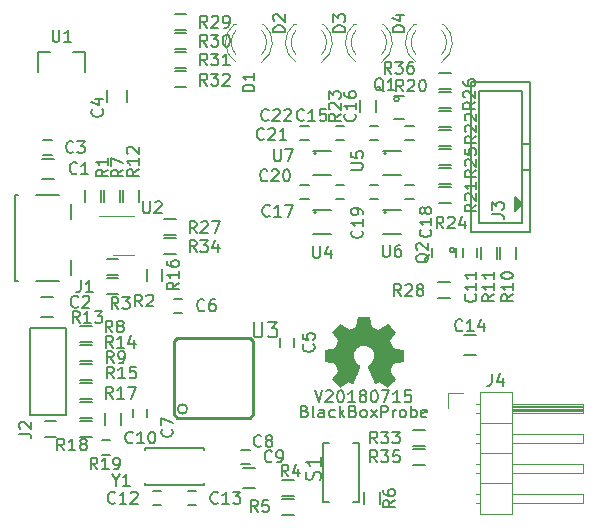
<source format=gbr>
%TF.GenerationSoftware,KiCad,Pcbnew,4.0.7-e2-6376~61~ubuntu18.04.1*%
%TF.CreationDate,2018-07-16T23:03:50+02:00*%
%TF.ProjectId,blackBoxProbe,626C61636B426F7850726F62652E6B69,rev?*%
%TF.FileFunction,Legend,Top*%
%FSLAX46Y46*%
G04 Gerber Fmt 4.6, Leading zero omitted, Abs format (unit mm)*
G04 Created by KiCad (PCBNEW 4.0.7-e2-6376~61~ubuntu18.04.1) date Mon Jul 16 23:03:50 2018*
%MOMM*%
%LPD*%
G01*
G04 APERTURE LIST*
%ADD10C,0.150000*%
%ADD11C,0.254000*%
%ADD12C,0.010000*%
%ADD13C,0.120000*%
%ADD14C,0.127000*%
G04 APERTURE END LIST*
D10*
X38100000Y-179350000D02*
X38100000Y-180050000D01*
X36900000Y-180050000D02*
X36900000Y-179350000D01*
X25500000Y-191800000D02*
X25500000Y-191600000D01*
X30500000Y-191800000D02*
X30500000Y-191600000D01*
X30500000Y-188600000D02*
X30500000Y-188800000D01*
X25500000Y-188600000D02*
X25500000Y-188800000D01*
X25500000Y-191800000D02*
X30500000Y-191800000D01*
X25500000Y-188600000D02*
X30500000Y-188600000D01*
X28000000Y-153525000D02*
X29000000Y-153525000D01*
X29000000Y-154875000D02*
X28000000Y-154875000D01*
D11*
X27925000Y-179600000D02*
X28200000Y-179325000D01*
X28200000Y-179325000D02*
X34400000Y-179325000D01*
X34400000Y-179325000D02*
X34675000Y-179600000D01*
X34675000Y-179600000D02*
X34675000Y-185800000D01*
X34675000Y-185800000D02*
X34400000Y-186075000D01*
X34400000Y-186075000D02*
X28200000Y-186075000D01*
X28200000Y-186075000D02*
X27925000Y-185800000D01*
X27925000Y-185800000D02*
X27925000Y-179600000D01*
D10*
X29065000Y-185335000D02*
G75*
G03X29065000Y-185335000I-400000J0D01*
G01*
D12*
G36*
X44555814Y-177968931D02*
X44639635Y-178413555D01*
X44948920Y-178541053D01*
X45258206Y-178668551D01*
X45629246Y-178416246D01*
X45733157Y-178345996D01*
X45827087Y-178283272D01*
X45906652Y-178230938D01*
X45967470Y-178191857D01*
X46005157Y-178168893D01*
X46015421Y-178163942D01*
X46033910Y-178176676D01*
X46073420Y-178211882D01*
X46129522Y-178265062D01*
X46197787Y-178331718D01*
X46273786Y-178407354D01*
X46353092Y-178487472D01*
X46431275Y-178567574D01*
X46503907Y-178643164D01*
X46566559Y-178709745D01*
X46614803Y-178762818D01*
X46644210Y-178797887D01*
X46651241Y-178809623D01*
X46641123Y-178831260D01*
X46612759Y-178878662D01*
X46569129Y-178947193D01*
X46513218Y-179032215D01*
X46448006Y-179129093D01*
X46410219Y-179184350D01*
X46341343Y-179285248D01*
X46280140Y-179376299D01*
X46229578Y-179452970D01*
X46192628Y-179510728D01*
X46172258Y-179545043D01*
X46169197Y-179552254D01*
X46176136Y-179572748D01*
X46195051Y-179620513D01*
X46223087Y-179688832D01*
X46257391Y-179770989D01*
X46295109Y-179860270D01*
X46333387Y-179949958D01*
X46369370Y-180033338D01*
X46400206Y-180103694D01*
X46423039Y-180154310D01*
X46435017Y-180178471D01*
X46435724Y-180179422D01*
X46454531Y-180184036D01*
X46504618Y-180194328D01*
X46580793Y-180209287D01*
X46677865Y-180227901D01*
X46790643Y-180249159D01*
X46856442Y-180261418D01*
X46976950Y-180284362D01*
X47085797Y-180306195D01*
X47177476Y-180325722D01*
X47246481Y-180341748D01*
X47287304Y-180353079D01*
X47295511Y-180356674D01*
X47303548Y-180381006D01*
X47310033Y-180435959D01*
X47314970Y-180515108D01*
X47318364Y-180612026D01*
X47320218Y-180720287D01*
X47320538Y-180833465D01*
X47319327Y-180945135D01*
X47316590Y-181048868D01*
X47312331Y-181138241D01*
X47306555Y-181206826D01*
X47299267Y-181248197D01*
X47294895Y-181256810D01*
X47268764Y-181267133D01*
X47213393Y-181281892D01*
X47136107Y-181299352D01*
X47044230Y-181317780D01*
X47012158Y-181323741D01*
X46857524Y-181352066D01*
X46735375Y-181374876D01*
X46641673Y-181393080D01*
X46572384Y-181407583D01*
X46523471Y-181419292D01*
X46490897Y-181429115D01*
X46470628Y-181437956D01*
X46458626Y-181446724D01*
X46456947Y-181448457D01*
X46440184Y-181476371D01*
X46414614Y-181530695D01*
X46382788Y-181604777D01*
X46347260Y-181691965D01*
X46310583Y-181785608D01*
X46275311Y-181879052D01*
X46243996Y-181965647D01*
X46219193Y-182038740D01*
X46203454Y-182091678D01*
X46199332Y-182117811D01*
X46199676Y-182118726D01*
X46213641Y-182140086D01*
X46245322Y-182187084D01*
X46291391Y-182254827D01*
X46348518Y-182338423D01*
X46413373Y-182432982D01*
X46431843Y-182459854D01*
X46497699Y-182557275D01*
X46555650Y-182646163D01*
X46602538Y-182721412D01*
X46635207Y-182777920D01*
X46650500Y-182810581D01*
X46651241Y-182814593D01*
X46638392Y-182835684D01*
X46602888Y-182877464D01*
X46549293Y-182935445D01*
X46482171Y-183005135D01*
X46406087Y-183082045D01*
X46325604Y-183161683D01*
X46245287Y-183239561D01*
X46169699Y-183311186D01*
X46103405Y-183372070D01*
X46050969Y-183417721D01*
X46016955Y-183443650D01*
X46007545Y-183447883D01*
X45985643Y-183437912D01*
X45940800Y-183411020D01*
X45880321Y-183371736D01*
X45833789Y-183340117D01*
X45749475Y-183282098D01*
X45649626Y-183213784D01*
X45549473Y-183145579D01*
X45495627Y-183109075D01*
X45313371Y-182985800D01*
X45160381Y-183068520D01*
X45090682Y-183104759D01*
X45031414Y-183132926D01*
X44991311Y-183148991D01*
X44981103Y-183151226D01*
X44968829Y-183134722D01*
X44944613Y-183088082D01*
X44910263Y-183015609D01*
X44867588Y-182921606D01*
X44818394Y-182810374D01*
X44764490Y-182686215D01*
X44707684Y-182553432D01*
X44649782Y-182416327D01*
X44592593Y-182279202D01*
X44537924Y-182146358D01*
X44487584Y-182022098D01*
X44443380Y-181910725D01*
X44407119Y-181816539D01*
X44380609Y-181743844D01*
X44365658Y-181696941D01*
X44363254Y-181680833D01*
X44382311Y-181660286D01*
X44424036Y-181626933D01*
X44479706Y-181587702D01*
X44484378Y-181584599D01*
X44628264Y-181469423D01*
X44744283Y-181335053D01*
X44831430Y-181185784D01*
X44888699Y-181025913D01*
X44915086Y-180859737D01*
X44909585Y-180691552D01*
X44871190Y-180525655D01*
X44798895Y-180366342D01*
X44777626Y-180331487D01*
X44666996Y-180190737D01*
X44536302Y-180077714D01*
X44390064Y-179993003D01*
X44232808Y-179937194D01*
X44069057Y-179910874D01*
X43903333Y-179914630D01*
X43740162Y-179949050D01*
X43584065Y-180014723D01*
X43439567Y-180112235D01*
X43394869Y-180151813D01*
X43281112Y-180275703D01*
X43198218Y-180406124D01*
X43141356Y-180552315D01*
X43109687Y-180697088D01*
X43101869Y-180859860D01*
X43127938Y-181023440D01*
X43185245Y-181182298D01*
X43271144Y-181330906D01*
X43382986Y-181463735D01*
X43518123Y-181575256D01*
X43535883Y-181587011D01*
X43592150Y-181625508D01*
X43634923Y-181658863D01*
X43655372Y-181680160D01*
X43655669Y-181680833D01*
X43651279Y-181703871D01*
X43633876Y-181756157D01*
X43605268Y-181833390D01*
X43567265Y-181931268D01*
X43521674Y-182045491D01*
X43470303Y-182171758D01*
X43414962Y-182305767D01*
X43357458Y-182443218D01*
X43299601Y-182579808D01*
X43243198Y-182711237D01*
X43190058Y-182833205D01*
X43141990Y-182941409D01*
X43100801Y-183031549D01*
X43068301Y-183099323D01*
X43046297Y-183140430D01*
X43037436Y-183151226D01*
X43010360Y-183142819D01*
X42959697Y-183120272D01*
X42894183Y-183087613D01*
X42858159Y-183068520D01*
X42705168Y-182985800D01*
X42522912Y-183109075D01*
X42429875Y-183172228D01*
X42328015Y-183241727D01*
X42232562Y-183307165D01*
X42184750Y-183340117D01*
X42117505Y-183385273D01*
X42060564Y-183421057D01*
X42021354Y-183442938D01*
X42008619Y-183447563D01*
X41990083Y-183435085D01*
X41949059Y-183400252D01*
X41889525Y-183346678D01*
X41815458Y-183277983D01*
X41730835Y-183197781D01*
X41677315Y-183146286D01*
X41583681Y-183054286D01*
X41502759Y-182971999D01*
X41437823Y-182902945D01*
X41392142Y-182850644D01*
X41368989Y-182818616D01*
X41366768Y-182812116D01*
X41377076Y-182787394D01*
X41405561Y-182737405D01*
X41449063Y-182667212D01*
X41504423Y-182581875D01*
X41568480Y-182486456D01*
X41586697Y-182459854D01*
X41653073Y-182363167D01*
X41712622Y-182276117D01*
X41762016Y-182203595D01*
X41797925Y-182150493D01*
X41817019Y-182121703D01*
X41818864Y-182118726D01*
X41816105Y-182095782D01*
X41801462Y-182045336D01*
X41777487Y-181974041D01*
X41746734Y-181888547D01*
X41711756Y-181795507D01*
X41675107Y-181701574D01*
X41639339Y-181613399D01*
X41607006Y-181537634D01*
X41580662Y-181480931D01*
X41562858Y-181449943D01*
X41561593Y-181448457D01*
X41550706Y-181439601D01*
X41532318Y-181430843D01*
X41502394Y-181421277D01*
X41456897Y-181409996D01*
X41391791Y-181396093D01*
X41303039Y-181378663D01*
X41186607Y-181356798D01*
X41038458Y-181329591D01*
X41006382Y-181323741D01*
X40911314Y-181305374D01*
X40828435Y-181287405D01*
X40765070Y-181271569D01*
X40728542Y-181259600D01*
X40723644Y-181256810D01*
X40715573Y-181232072D01*
X40709013Y-181176790D01*
X40703967Y-181097389D01*
X40700441Y-181000296D01*
X40698439Y-180891938D01*
X40697964Y-180778740D01*
X40699023Y-180667128D01*
X40701618Y-180563529D01*
X40705754Y-180474368D01*
X40711437Y-180406072D01*
X40718669Y-180365066D01*
X40723029Y-180356674D01*
X40747302Y-180348208D01*
X40802574Y-180334435D01*
X40883338Y-180316550D01*
X40984088Y-180295748D01*
X41099317Y-180273223D01*
X41162098Y-180261418D01*
X41281213Y-180239151D01*
X41387435Y-180218979D01*
X41475573Y-180201915D01*
X41540434Y-180188969D01*
X41576826Y-180181155D01*
X41582816Y-180179422D01*
X41592939Y-180159890D01*
X41614338Y-180112843D01*
X41644161Y-180045003D01*
X41679555Y-179963091D01*
X41717668Y-179873828D01*
X41755647Y-179783935D01*
X41790640Y-179700135D01*
X41819794Y-179629147D01*
X41840257Y-179577694D01*
X41849177Y-179552497D01*
X41849343Y-179551396D01*
X41839231Y-179531519D01*
X41810883Y-179485777D01*
X41767277Y-179418717D01*
X41711394Y-179334884D01*
X41646213Y-179238826D01*
X41608321Y-179183650D01*
X41539275Y-179082481D01*
X41477950Y-178990630D01*
X41427337Y-178912744D01*
X41390429Y-178853469D01*
X41370218Y-178817451D01*
X41367299Y-178809377D01*
X41379847Y-178790584D01*
X41414537Y-178750457D01*
X41466937Y-178693493D01*
X41532616Y-178624185D01*
X41607144Y-178547031D01*
X41686087Y-178466525D01*
X41765017Y-178387163D01*
X41839500Y-178313440D01*
X41905106Y-178249852D01*
X41957404Y-178200894D01*
X41991961Y-178171061D01*
X42003522Y-178163942D01*
X42022346Y-178173953D01*
X42067369Y-178202078D01*
X42134213Y-178245454D01*
X42218501Y-178301218D01*
X42315856Y-178366506D01*
X42389293Y-178416246D01*
X42760333Y-178668551D01*
X43378905Y-178413555D01*
X43462725Y-177968931D01*
X43546546Y-177524307D01*
X44471994Y-177524307D01*
X44555814Y-177968931D01*
X44555814Y-177968931D01*
G37*
X44555814Y-177968931D02*
X44639635Y-178413555D01*
X44948920Y-178541053D01*
X45258206Y-178668551D01*
X45629246Y-178416246D01*
X45733157Y-178345996D01*
X45827087Y-178283272D01*
X45906652Y-178230938D01*
X45967470Y-178191857D01*
X46005157Y-178168893D01*
X46015421Y-178163942D01*
X46033910Y-178176676D01*
X46073420Y-178211882D01*
X46129522Y-178265062D01*
X46197787Y-178331718D01*
X46273786Y-178407354D01*
X46353092Y-178487472D01*
X46431275Y-178567574D01*
X46503907Y-178643164D01*
X46566559Y-178709745D01*
X46614803Y-178762818D01*
X46644210Y-178797887D01*
X46651241Y-178809623D01*
X46641123Y-178831260D01*
X46612759Y-178878662D01*
X46569129Y-178947193D01*
X46513218Y-179032215D01*
X46448006Y-179129093D01*
X46410219Y-179184350D01*
X46341343Y-179285248D01*
X46280140Y-179376299D01*
X46229578Y-179452970D01*
X46192628Y-179510728D01*
X46172258Y-179545043D01*
X46169197Y-179552254D01*
X46176136Y-179572748D01*
X46195051Y-179620513D01*
X46223087Y-179688832D01*
X46257391Y-179770989D01*
X46295109Y-179860270D01*
X46333387Y-179949958D01*
X46369370Y-180033338D01*
X46400206Y-180103694D01*
X46423039Y-180154310D01*
X46435017Y-180178471D01*
X46435724Y-180179422D01*
X46454531Y-180184036D01*
X46504618Y-180194328D01*
X46580793Y-180209287D01*
X46677865Y-180227901D01*
X46790643Y-180249159D01*
X46856442Y-180261418D01*
X46976950Y-180284362D01*
X47085797Y-180306195D01*
X47177476Y-180325722D01*
X47246481Y-180341748D01*
X47287304Y-180353079D01*
X47295511Y-180356674D01*
X47303548Y-180381006D01*
X47310033Y-180435959D01*
X47314970Y-180515108D01*
X47318364Y-180612026D01*
X47320218Y-180720287D01*
X47320538Y-180833465D01*
X47319327Y-180945135D01*
X47316590Y-181048868D01*
X47312331Y-181138241D01*
X47306555Y-181206826D01*
X47299267Y-181248197D01*
X47294895Y-181256810D01*
X47268764Y-181267133D01*
X47213393Y-181281892D01*
X47136107Y-181299352D01*
X47044230Y-181317780D01*
X47012158Y-181323741D01*
X46857524Y-181352066D01*
X46735375Y-181374876D01*
X46641673Y-181393080D01*
X46572384Y-181407583D01*
X46523471Y-181419292D01*
X46490897Y-181429115D01*
X46470628Y-181437956D01*
X46458626Y-181446724D01*
X46456947Y-181448457D01*
X46440184Y-181476371D01*
X46414614Y-181530695D01*
X46382788Y-181604777D01*
X46347260Y-181691965D01*
X46310583Y-181785608D01*
X46275311Y-181879052D01*
X46243996Y-181965647D01*
X46219193Y-182038740D01*
X46203454Y-182091678D01*
X46199332Y-182117811D01*
X46199676Y-182118726D01*
X46213641Y-182140086D01*
X46245322Y-182187084D01*
X46291391Y-182254827D01*
X46348518Y-182338423D01*
X46413373Y-182432982D01*
X46431843Y-182459854D01*
X46497699Y-182557275D01*
X46555650Y-182646163D01*
X46602538Y-182721412D01*
X46635207Y-182777920D01*
X46650500Y-182810581D01*
X46651241Y-182814593D01*
X46638392Y-182835684D01*
X46602888Y-182877464D01*
X46549293Y-182935445D01*
X46482171Y-183005135D01*
X46406087Y-183082045D01*
X46325604Y-183161683D01*
X46245287Y-183239561D01*
X46169699Y-183311186D01*
X46103405Y-183372070D01*
X46050969Y-183417721D01*
X46016955Y-183443650D01*
X46007545Y-183447883D01*
X45985643Y-183437912D01*
X45940800Y-183411020D01*
X45880321Y-183371736D01*
X45833789Y-183340117D01*
X45749475Y-183282098D01*
X45649626Y-183213784D01*
X45549473Y-183145579D01*
X45495627Y-183109075D01*
X45313371Y-182985800D01*
X45160381Y-183068520D01*
X45090682Y-183104759D01*
X45031414Y-183132926D01*
X44991311Y-183148991D01*
X44981103Y-183151226D01*
X44968829Y-183134722D01*
X44944613Y-183088082D01*
X44910263Y-183015609D01*
X44867588Y-182921606D01*
X44818394Y-182810374D01*
X44764490Y-182686215D01*
X44707684Y-182553432D01*
X44649782Y-182416327D01*
X44592593Y-182279202D01*
X44537924Y-182146358D01*
X44487584Y-182022098D01*
X44443380Y-181910725D01*
X44407119Y-181816539D01*
X44380609Y-181743844D01*
X44365658Y-181696941D01*
X44363254Y-181680833D01*
X44382311Y-181660286D01*
X44424036Y-181626933D01*
X44479706Y-181587702D01*
X44484378Y-181584599D01*
X44628264Y-181469423D01*
X44744283Y-181335053D01*
X44831430Y-181185784D01*
X44888699Y-181025913D01*
X44915086Y-180859737D01*
X44909585Y-180691552D01*
X44871190Y-180525655D01*
X44798895Y-180366342D01*
X44777626Y-180331487D01*
X44666996Y-180190737D01*
X44536302Y-180077714D01*
X44390064Y-179993003D01*
X44232808Y-179937194D01*
X44069057Y-179910874D01*
X43903333Y-179914630D01*
X43740162Y-179949050D01*
X43584065Y-180014723D01*
X43439567Y-180112235D01*
X43394869Y-180151813D01*
X43281112Y-180275703D01*
X43198218Y-180406124D01*
X43141356Y-180552315D01*
X43109687Y-180697088D01*
X43101869Y-180859860D01*
X43127938Y-181023440D01*
X43185245Y-181182298D01*
X43271144Y-181330906D01*
X43382986Y-181463735D01*
X43518123Y-181575256D01*
X43535883Y-181587011D01*
X43592150Y-181625508D01*
X43634923Y-181658863D01*
X43655372Y-181680160D01*
X43655669Y-181680833D01*
X43651279Y-181703871D01*
X43633876Y-181756157D01*
X43605268Y-181833390D01*
X43567265Y-181931268D01*
X43521674Y-182045491D01*
X43470303Y-182171758D01*
X43414962Y-182305767D01*
X43357458Y-182443218D01*
X43299601Y-182579808D01*
X43243198Y-182711237D01*
X43190058Y-182833205D01*
X43141990Y-182941409D01*
X43100801Y-183031549D01*
X43068301Y-183099323D01*
X43046297Y-183140430D01*
X43037436Y-183151226D01*
X43010360Y-183142819D01*
X42959697Y-183120272D01*
X42894183Y-183087613D01*
X42858159Y-183068520D01*
X42705168Y-182985800D01*
X42522912Y-183109075D01*
X42429875Y-183172228D01*
X42328015Y-183241727D01*
X42232562Y-183307165D01*
X42184750Y-183340117D01*
X42117505Y-183385273D01*
X42060564Y-183421057D01*
X42021354Y-183442938D01*
X42008619Y-183447563D01*
X41990083Y-183435085D01*
X41949059Y-183400252D01*
X41889525Y-183346678D01*
X41815458Y-183277983D01*
X41730835Y-183197781D01*
X41677315Y-183146286D01*
X41583681Y-183054286D01*
X41502759Y-182971999D01*
X41437823Y-182902945D01*
X41392142Y-182850644D01*
X41368989Y-182818616D01*
X41366768Y-182812116D01*
X41377076Y-182787394D01*
X41405561Y-182737405D01*
X41449063Y-182667212D01*
X41504423Y-182581875D01*
X41568480Y-182486456D01*
X41586697Y-182459854D01*
X41653073Y-182363167D01*
X41712622Y-182276117D01*
X41762016Y-182203595D01*
X41797925Y-182150493D01*
X41817019Y-182121703D01*
X41818864Y-182118726D01*
X41816105Y-182095782D01*
X41801462Y-182045336D01*
X41777487Y-181974041D01*
X41746734Y-181888547D01*
X41711756Y-181795507D01*
X41675107Y-181701574D01*
X41639339Y-181613399D01*
X41607006Y-181537634D01*
X41580662Y-181480931D01*
X41562858Y-181449943D01*
X41561593Y-181448457D01*
X41550706Y-181439601D01*
X41532318Y-181430843D01*
X41502394Y-181421277D01*
X41456897Y-181409996D01*
X41391791Y-181396093D01*
X41303039Y-181378663D01*
X41186607Y-181356798D01*
X41038458Y-181329591D01*
X41006382Y-181323741D01*
X40911314Y-181305374D01*
X40828435Y-181287405D01*
X40765070Y-181271569D01*
X40728542Y-181259600D01*
X40723644Y-181256810D01*
X40715573Y-181232072D01*
X40709013Y-181176790D01*
X40703967Y-181097389D01*
X40700441Y-181000296D01*
X40698439Y-180891938D01*
X40697964Y-180778740D01*
X40699023Y-180667128D01*
X40701618Y-180563529D01*
X40705754Y-180474368D01*
X40711437Y-180406072D01*
X40718669Y-180365066D01*
X40723029Y-180356674D01*
X40747302Y-180348208D01*
X40802574Y-180334435D01*
X40883338Y-180316550D01*
X40984088Y-180295748D01*
X41099317Y-180273223D01*
X41162098Y-180261418D01*
X41281213Y-180239151D01*
X41387435Y-180218979D01*
X41475573Y-180201915D01*
X41540434Y-180188969D01*
X41576826Y-180181155D01*
X41582816Y-180179422D01*
X41592939Y-180159890D01*
X41614338Y-180112843D01*
X41644161Y-180045003D01*
X41679555Y-179963091D01*
X41717668Y-179873828D01*
X41755647Y-179783935D01*
X41790640Y-179700135D01*
X41819794Y-179629147D01*
X41840257Y-179577694D01*
X41849177Y-179552497D01*
X41849343Y-179551396D01*
X41839231Y-179531519D01*
X41810883Y-179485777D01*
X41767277Y-179418717D01*
X41711394Y-179334884D01*
X41646213Y-179238826D01*
X41608321Y-179183650D01*
X41539275Y-179082481D01*
X41477950Y-178990630D01*
X41427337Y-178912744D01*
X41390429Y-178853469D01*
X41370218Y-178817451D01*
X41367299Y-178809377D01*
X41379847Y-178790584D01*
X41414537Y-178750457D01*
X41466937Y-178693493D01*
X41532616Y-178624185D01*
X41607144Y-178547031D01*
X41686087Y-178466525D01*
X41765017Y-178387163D01*
X41839500Y-178313440D01*
X41905106Y-178249852D01*
X41957404Y-178200894D01*
X41991961Y-178171061D01*
X42003522Y-178163942D01*
X42022346Y-178173953D01*
X42067369Y-178202078D01*
X42134213Y-178245454D01*
X42218501Y-178301218D01*
X42315856Y-178366506D01*
X42389293Y-178416246D01*
X42760333Y-178668551D01*
X43378905Y-178413555D01*
X43462725Y-177968931D01*
X43546546Y-177524307D01*
X44471994Y-177524307D01*
X44555814Y-177968931D01*
D10*
X16750000Y-165850000D02*
X17750000Y-165850000D01*
X17750000Y-164150000D02*
X16750000Y-164150000D01*
X17710000Y-175840000D02*
X16710000Y-175840000D01*
X16710000Y-177540000D02*
X17710000Y-177540000D01*
X17600000Y-163800000D02*
X16900000Y-163800000D01*
X16900000Y-162600000D02*
X17600000Y-162600000D01*
X24000000Y-159325000D02*
X24000000Y-158325000D01*
X22300000Y-158325000D02*
X22300000Y-159325000D01*
X27950000Y-176000000D02*
X28650000Y-176000000D01*
X28650000Y-177200000D02*
X27950000Y-177200000D01*
X24500000Y-186050000D02*
X24500000Y-185350000D01*
X25700000Y-185350000D02*
X25700000Y-186050000D01*
X34350000Y-190000000D02*
X33650000Y-190000000D01*
X33650000Y-188800000D02*
X34350000Y-188800000D01*
X33800000Y-192050000D02*
X34800000Y-192050000D01*
X34800000Y-190350000D02*
X33800000Y-190350000D01*
X53600000Y-171750000D02*
X53600000Y-172450000D01*
X52400000Y-172450000D02*
X52400000Y-171750000D01*
X26150000Y-192300000D02*
X26850000Y-192300000D01*
X26850000Y-193500000D02*
X26150000Y-193500000D01*
X29850000Y-193500000D02*
X29150000Y-193500000D01*
X29150000Y-192300000D02*
X29850000Y-192300000D01*
X52500000Y-180750000D02*
X53500000Y-180750000D01*
X53500000Y-179050000D02*
X52500000Y-179050000D01*
X44550000Y-161400000D02*
X45250000Y-161400000D01*
X45250000Y-162600000D02*
X44550000Y-162600000D01*
X48250000Y-162600000D02*
X47550000Y-162600000D01*
X47550000Y-161400000D02*
X48250000Y-161400000D01*
X38650000Y-166400000D02*
X39350000Y-166400000D01*
X39350000Y-167600000D02*
X38650000Y-167600000D01*
X48250000Y-167600000D02*
X47550000Y-167600000D01*
X47550000Y-166400000D02*
X48250000Y-166400000D01*
X44550000Y-166400000D02*
X45250000Y-166400000D01*
X45250000Y-167600000D02*
X44550000Y-167600000D01*
X42350000Y-167600000D02*
X41650000Y-167600000D01*
X41650000Y-166400000D02*
X42350000Y-166400000D01*
X38650000Y-161400000D02*
X39350000Y-161400000D01*
X39350000Y-162600000D02*
X38650000Y-162600000D01*
X42350000Y-162600000D02*
X41650000Y-162600000D01*
X41650000Y-161400000D02*
X42350000Y-161400000D01*
X14750000Y-174470000D02*
X14500000Y-174470000D01*
X14500000Y-174470000D02*
X14500000Y-167220000D01*
X14500000Y-167220000D02*
X14750000Y-167220000D01*
X18250000Y-167220000D02*
X16250000Y-167220000D01*
X18250000Y-174470000D02*
X16250000Y-174470000D01*
X19250000Y-172720000D02*
X19250000Y-173970000D01*
X19250000Y-167970000D02*
X19250000Y-169220000D01*
D13*
X53890000Y-183930000D02*
X53890000Y-194210000D01*
X53890000Y-194210000D02*
X56550000Y-194210000D01*
X56550000Y-194210000D02*
X56550000Y-183930000D01*
X56550000Y-183930000D02*
X53890000Y-183930000D01*
X56550000Y-184880000D02*
X62550000Y-184880000D01*
X62550000Y-184880000D02*
X62550000Y-185640000D01*
X62550000Y-185640000D02*
X56550000Y-185640000D01*
X56550000Y-184940000D02*
X62550000Y-184940000D01*
X56550000Y-185060000D02*
X62550000Y-185060000D01*
X56550000Y-185180000D02*
X62550000Y-185180000D01*
X56550000Y-185300000D02*
X62550000Y-185300000D01*
X56550000Y-185420000D02*
X62550000Y-185420000D01*
X56550000Y-185540000D02*
X62550000Y-185540000D01*
X53560000Y-184880000D02*
X53890000Y-184880000D01*
X53560000Y-185640000D02*
X53890000Y-185640000D01*
X53890000Y-186530000D02*
X56550000Y-186530000D01*
X56550000Y-187420000D02*
X62550000Y-187420000D01*
X62550000Y-187420000D02*
X62550000Y-188180000D01*
X62550000Y-188180000D02*
X56550000Y-188180000D01*
X53492929Y-187420000D02*
X53890000Y-187420000D01*
X53492929Y-188180000D02*
X53890000Y-188180000D01*
X53890000Y-189070000D02*
X56550000Y-189070000D01*
X56550000Y-189960000D02*
X62550000Y-189960000D01*
X62550000Y-189960000D02*
X62550000Y-190720000D01*
X62550000Y-190720000D02*
X56550000Y-190720000D01*
X53492929Y-189960000D02*
X53890000Y-189960000D01*
X53492929Y-190720000D02*
X53890000Y-190720000D01*
X53890000Y-191610000D02*
X56550000Y-191610000D01*
X56550000Y-192500000D02*
X62550000Y-192500000D01*
X62550000Y-192500000D02*
X62550000Y-193260000D01*
X62550000Y-193260000D02*
X56550000Y-193260000D01*
X53492929Y-192500000D02*
X53890000Y-192500000D01*
X53492929Y-193260000D02*
X53890000Y-193260000D01*
X51180000Y-185260000D02*
X51180000Y-183990000D01*
X51180000Y-183990000D02*
X52450000Y-183990000D01*
D10*
X21775000Y-166800000D02*
X21775000Y-167800000D01*
X20425000Y-167800000D02*
X20425000Y-166800000D01*
X22250000Y-172625000D02*
X23250000Y-172625000D01*
X23250000Y-173975000D02*
X22250000Y-173975000D01*
X23250000Y-175575000D02*
X22250000Y-175575000D01*
X22250000Y-174225000D02*
X23250000Y-174225000D01*
X38100000Y-192675000D02*
X37100000Y-192675000D01*
X37100000Y-191325000D02*
X38100000Y-191325000D01*
X38100000Y-194275000D02*
X37100000Y-194275000D01*
X37100000Y-192925000D02*
X38100000Y-192925000D01*
X45375000Y-192400000D02*
X45375000Y-193400000D01*
X44025000Y-193400000D02*
X44025000Y-192400000D01*
X22025000Y-167800000D02*
X22025000Y-166800000D01*
X23375000Y-166800000D02*
X23375000Y-167800000D01*
X21000000Y-181275000D02*
X20000000Y-181275000D01*
X20000000Y-179925000D02*
X21000000Y-179925000D01*
X21000000Y-184475000D02*
X20000000Y-184475000D01*
X20000000Y-183125000D02*
X21000000Y-183125000D01*
X55525000Y-172600000D02*
X55525000Y-171600000D01*
X56875000Y-171600000D02*
X56875000Y-172600000D01*
X55275000Y-171600000D02*
X55275000Y-172600000D01*
X53925000Y-172600000D02*
X53925000Y-171600000D01*
X23625000Y-167800000D02*
X23625000Y-166800000D01*
X24975000Y-166800000D02*
X24975000Y-167800000D01*
X21000000Y-179675000D02*
X20000000Y-179675000D01*
X20000000Y-178325000D02*
X21000000Y-178325000D01*
X21000000Y-182875000D02*
X20000000Y-182875000D01*
X20000000Y-181525000D02*
X21000000Y-181525000D01*
X21000000Y-186075000D02*
X20000000Y-186075000D01*
X20000000Y-184725000D02*
X21000000Y-184725000D01*
X26975000Y-173500000D02*
X26975000Y-174500000D01*
X25625000Y-174500000D02*
X25625000Y-173500000D01*
X23475000Y-185700000D02*
X23475000Y-186700000D01*
X22125000Y-186700000D02*
X22125000Y-185700000D01*
X21000000Y-187675000D02*
X20000000Y-187675000D01*
X20000000Y-186325000D02*
X21000000Y-186325000D01*
X17000000Y-186325000D02*
X18000000Y-186325000D01*
X18000000Y-187675000D02*
X17000000Y-187675000D01*
X50400000Y-158525000D02*
X51400000Y-158525000D01*
X51400000Y-159875000D02*
X50400000Y-159875000D01*
X50400000Y-164925000D02*
X51400000Y-164925000D01*
X51400000Y-166275000D02*
X50400000Y-166275000D01*
X50400000Y-161725000D02*
X51400000Y-161725000D01*
X51400000Y-163075000D02*
X50400000Y-163075000D01*
X43725000Y-160200000D02*
X43725000Y-159200000D01*
X45075000Y-159200000D02*
X45075000Y-160200000D01*
X50400000Y-166525000D02*
X51400000Y-166525000D01*
X51400000Y-167875000D02*
X50400000Y-167875000D01*
X50400000Y-163325000D02*
X51400000Y-163325000D01*
X51400000Y-164675000D02*
X50400000Y-164675000D01*
X50400000Y-160125000D02*
X51400000Y-160125000D01*
X51400000Y-161475000D02*
X50400000Y-161475000D01*
X51300000Y-175975000D02*
X50300000Y-175975000D01*
X50300000Y-174625000D02*
X51300000Y-174625000D01*
X28000000Y-151925000D02*
X29000000Y-151925000D01*
X29000000Y-153275000D02*
X28000000Y-153275000D01*
X28000000Y-155125000D02*
X29000000Y-155125000D01*
X29000000Y-156475000D02*
X28000000Y-156475000D01*
X28000000Y-156725000D02*
X29000000Y-156725000D01*
X29000000Y-158075000D02*
X28000000Y-158075000D01*
X48200000Y-187125000D02*
X49200000Y-187125000D01*
X49200000Y-188475000D02*
X48200000Y-188475000D01*
X48200000Y-188725000D02*
X49200000Y-188725000D01*
X49200000Y-190075000D02*
X48200000Y-190075000D01*
X40601400Y-193199360D02*
X41101780Y-193199360D01*
X43098220Y-193199360D02*
X43598600Y-193199360D01*
X43598600Y-193199360D02*
X43598600Y-188200640D01*
X43598600Y-188200640D02*
X43098220Y-188200640D01*
X41101780Y-188200640D02*
X40601400Y-188200640D01*
X40601400Y-188200640D02*
X40601400Y-193199360D01*
D13*
X22750000Y-172260000D02*
X24550000Y-172260000D01*
X24550000Y-169040000D02*
X21600000Y-169040000D01*
D10*
X40000000Y-168700000D02*
G75*
G03X40000000Y-168700000I-100000J0D01*
G01*
X39750000Y-170500000D02*
X41250000Y-170500000D01*
X39750000Y-168500000D02*
X41250000Y-168500000D01*
X45900000Y-163700000D02*
G75*
G03X45900000Y-163700000I-100000J0D01*
G01*
X45650000Y-165500000D02*
X47150000Y-165500000D01*
X45650000Y-163500000D02*
X47150000Y-163500000D01*
X45900000Y-168700000D02*
G75*
G03X45900000Y-168700000I-100000J0D01*
G01*
X45650000Y-170500000D02*
X47150000Y-170500000D01*
X45650000Y-168500000D02*
X47150000Y-168500000D01*
X40000000Y-163700000D02*
G75*
G03X40000000Y-163700000I-100000J0D01*
G01*
X39750000Y-165500000D02*
X41250000Y-165500000D01*
X39750000Y-163500000D02*
X41250000Y-163500000D01*
X20430000Y-155120000D02*
X20430000Y-156820000D01*
X19430000Y-155120000D02*
X20430000Y-155120000D01*
X16430000Y-155120000D02*
X17430000Y-155120000D01*
X16430000Y-156820000D02*
X16430000Y-155120000D01*
D13*
X35368608Y-155977335D02*
G75*
G03X35525516Y-152745000I-1078608J1672335D01*
G01*
X33211392Y-155977335D02*
G75*
G02X33054484Y-152745000I1078608J1672335D01*
G01*
X35369837Y-155346130D02*
G75*
G03X35370000Y-153264039I-1079837J1041130D01*
G01*
X33210163Y-155346130D02*
G75*
G02X33210000Y-153264039I1079837J1041130D01*
G01*
X35526000Y-152745000D02*
X35370000Y-152745000D01*
X33210000Y-152745000D02*
X33054000Y-152745000D01*
X40448608Y-155977335D02*
G75*
G03X40605516Y-152745000I-1078608J1672335D01*
G01*
X38291392Y-155977335D02*
G75*
G02X38134484Y-152745000I1078608J1672335D01*
G01*
X40449837Y-155346130D02*
G75*
G03X40450000Y-153264039I-1079837J1041130D01*
G01*
X38290163Y-155346130D02*
G75*
G02X38290000Y-153264039I1079837J1041130D01*
G01*
X40606000Y-152745000D02*
X40450000Y-152745000D01*
X38290000Y-152745000D02*
X38134000Y-152745000D01*
X45528608Y-155977335D02*
G75*
G03X45685516Y-152745000I-1078608J1672335D01*
G01*
X43371392Y-155977335D02*
G75*
G02X43214484Y-152745000I1078608J1672335D01*
G01*
X45529837Y-155346130D02*
G75*
G03X45530000Y-153264039I-1079837J1041130D01*
G01*
X43370163Y-155346130D02*
G75*
G02X43370000Y-153264039I1079837J1041130D01*
G01*
X45686000Y-152745000D02*
X45530000Y-152745000D01*
X43370000Y-152745000D02*
X43214000Y-152745000D01*
X50608608Y-155977335D02*
G75*
G03X50765516Y-152745000I-1078608J1672335D01*
G01*
X48451392Y-155977335D02*
G75*
G02X48294484Y-152745000I1078608J1672335D01*
G01*
X50609837Y-155346130D02*
G75*
G03X50610000Y-153264039I-1079837J1041130D01*
G01*
X48450163Y-155346130D02*
G75*
G02X48450000Y-153264039I1079837J1041130D01*
G01*
X50766000Y-152745000D02*
X50610000Y-152745000D01*
X48450000Y-152745000D02*
X48294000Y-152745000D01*
D10*
X27100000Y-169225000D02*
X28100000Y-169225000D01*
X28100000Y-170575000D02*
X27100000Y-170575000D01*
X27100000Y-170825000D02*
X28100000Y-170825000D01*
X28100000Y-172175000D02*
X27100000Y-172175000D01*
X15776000Y-178517000D02*
X18824000Y-178517000D01*
X15776000Y-185883000D02*
X15776000Y-178517000D01*
X18824000Y-185883000D02*
X15776000Y-185883000D01*
X18824000Y-178517000D02*
X18824000Y-185883000D01*
X57300000Y-168100000D02*
X57300000Y-167900000D01*
X57200000Y-168200000D02*
X57200000Y-167800000D01*
X57100000Y-168300000D02*
X57100000Y-167800000D01*
X57000000Y-168300000D02*
X57000000Y-167700000D01*
X56900000Y-168400000D02*
X56900000Y-167600000D01*
X56800000Y-167400000D02*
X56800000Y-168600000D01*
X57400000Y-168000000D02*
X56800000Y-167400000D01*
X56800000Y-168600000D02*
X57400000Y-168000000D01*
X58100000Y-165100000D02*
X57500000Y-165100000D01*
X58100000Y-162900000D02*
X57500000Y-162900000D01*
X57450000Y-169625000D02*
X53750000Y-169625000D01*
X57450000Y-158375000D02*
X57450000Y-169625000D01*
X53750000Y-158375000D02*
X57450000Y-158375000D01*
X53750000Y-169625000D02*
X53750000Y-158375000D01*
X58100000Y-170325000D02*
X53100000Y-170325000D01*
X58100000Y-157675000D02*
X58100000Y-170325000D01*
X53100000Y-157675000D02*
X58100000Y-157675000D01*
X53100000Y-170325000D02*
X53100000Y-157675000D01*
X22550000Y-189200000D02*
X21850000Y-189200000D01*
X21850000Y-188000000D02*
X22550000Y-188000000D01*
D14*
X46600000Y-160800000D02*
X47400000Y-160800000D01*
X46600000Y-158800000D02*
X47400000Y-158800000D01*
D10*
X47000000Y-159100000D02*
G75*
G03X47000000Y-159100000I-200000J0D01*
G01*
D14*
X49800000Y-171700000D02*
X49800000Y-172500000D01*
X51800000Y-171700000D02*
X51800000Y-172500000D01*
D10*
X51700000Y-171900000D02*
G75*
G03X51700000Y-171900000I-200000J0D01*
G01*
X50400000Y-156925000D02*
X51400000Y-156925000D01*
X51400000Y-158275000D02*
X50400000Y-158275000D01*
X39757143Y-179866666D02*
X39804762Y-179914285D01*
X39852381Y-180057142D01*
X39852381Y-180152380D01*
X39804762Y-180295238D01*
X39709524Y-180390476D01*
X39614286Y-180438095D01*
X39423810Y-180485714D01*
X39280952Y-180485714D01*
X39090476Y-180438095D01*
X38995238Y-180390476D01*
X38900000Y-180295238D01*
X38852381Y-180152380D01*
X38852381Y-180057142D01*
X38900000Y-179914285D01*
X38947619Y-179866666D01*
X38852381Y-178961904D02*
X38852381Y-179438095D01*
X39328571Y-179485714D01*
X39280952Y-179438095D01*
X39233333Y-179342857D01*
X39233333Y-179104761D01*
X39280952Y-179009523D01*
X39328571Y-178961904D01*
X39423810Y-178914285D01*
X39661905Y-178914285D01*
X39757143Y-178961904D01*
X39804762Y-179009523D01*
X39852381Y-179104761D01*
X39852381Y-179342857D01*
X39804762Y-179438095D01*
X39757143Y-179485714D01*
X23023809Y-191376190D02*
X23023809Y-191852381D01*
X22690476Y-190852381D02*
X23023809Y-191376190D01*
X23357143Y-190852381D01*
X24214286Y-191852381D02*
X23642857Y-191852381D01*
X23928571Y-191852381D02*
X23928571Y-190852381D01*
X23833333Y-190995238D01*
X23738095Y-191090476D01*
X23642857Y-191138095D01*
X30757143Y-154652381D02*
X30423809Y-154176190D01*
X30185714Y-154652381D02*
X30185714Y-153652381D01*
X30566667Y-153652381D01*
X30661905Y-153700000D01*
X30709524Y-153747619D01*
X30757143Y-153842857D01*
X30757143Y-153985714D01*
X30709524Y-154080952D01*
X30661905Y-154128571D01*
X30566667Y-154176190D01*
X30185714Y-154176190D01*
X31090476Y-153652381D02*
X31709524Y-153652381D01*
X31376190Y-154033333D01*
X31519048Y-154033333D01*
X31614286Y-154080952D01*
X31661905Y-154128571D01*
X31709524Y-154223810D01*
X31709524Y-154461905D01*
X31661905Y-154557143D01*
X31614286Y-154604762D01*
X31519048Y-154652381D01*
X31233333Y-154652381D01*
X31138095Y-154604762D01*
X31090476Y-154557143D01*
X32328571Y-153652381D02*
X32423810Y-153652381D01*
X32519048Y-153700000D01*
X32566667Y-153747619D01*
X32614286Y-153842857D01*
X32661905Y-154033333D01*
X32661905Y-154271429D01*
X32614286Y-154461905D01*
X32566667Y-154557143D01*
X32519048Y-154604762D01*
X32423810Y-154652381D01*
X32328571Y-154652381D01*
X32233333Y-154604762D01*
X32185714Y-154557143D01*
X32138095Y-154461905D01*
X32090476Y-154271429D01*
X32090476Y-154033333D01*
X32138095Y-153842857D01*
X32185714Y-153747619D01*
X32233333Y-153700000D01*
X32328571Y-153652381D01*
X34702381Y-177994524D02*
X34702381Y-179022619D01*
X34762857Y-179143571D01*
X34823333Y-179204048D01*
X34944286Y-179264524D01*
X35186190Y-179264524D01*
X35307143Y-179204048D01*
X35367619Y-179143571D01*
X35428095Y-179022619D01*
X35428095Y-177994524D01*
X35911905Y-177994524D02*
X36698095Y-177994524D01*
X36274762Y-178478333D01*
X36456190Y-178478333D01*
X36577143Y-178538810D01*
X36637619Y-178599286D01*
X36698095Y-178720238D01*
X36698095Y-179022619D01*
X36637619Y-179143571D01*
X36577143Y-179204048D01*
X36456190Y-179264524D01*
X36093333Y-179264524D01*
X35972381Y-179204048D01*
X35911905Y-179143571D01*
X39857143Y-183752381D02*
X40190476Y-184752381D01*
X40523810Y-183752381D01*
X40809524Y-183847619D02*
X40857143Y-183800000D01*
X40952381Y-183752381D01*
X41190477Y-183752381D01*
X41285715Y-183800000D01*
X41333334Y-183847619D01*
X41380953Y-183942857D01*
X41380953Y-184038095D01*
X41333334Y-184180952D01*
X40761905Y-184752381D01*
X41380953Y-184752381D01*
X42000000Y-183752381D02*
X42095239Y-183752381D01*
X42190477Y-183800000D01*
X42238096Y-183847619D01*
X42285715Y-183942857D01*
X42333334Y-184133333D01*
X42333334Y-184371429D01*
X42285715Y-184561905D01*
X42238096Y-184657143D01*
X42190477Y-184704762D01*
X42095239Y-184752381D01*
X42000000Y-184752381D01*
X41904762Y-184704762D01*
X41857143Y-184657143D01*
X41809524Y-184561905D01*
X41761905Y-184371429D01*
X41761905Y-184133333D01*
X41809524Y-183942857D01*
X41857143Y-183847619D01*
X41904762Y-183800000D01*
X42000000Y-183752381D01*
X43285715Y-184752381D02*
X42714286Y-184752381D01*
X43000000Y-184752381D02*
X43000000Y-183752381D01*
X42904762Y-183895238D01*
X42809524Y-183990476D01*
X42714286Y-184038095D01*
X43857143Y-184180952D02*
X43761905Y-184133333D01*
X43714286Y-184085714D01*
X43666667Y-183990476D01*
X43666667Y-183942857D01*
X43714286Y-183847619D01*
X43761905Y-183800000D01*
X43857143Y-183752381D01*
X44047620Y-183752381D01*
X44142858Y-183800000D01*
X44190477Y-183847619D01*
X44238096Y-183942857D01*
X44238096Y-183990476D01*
X44190477Y-184085714D01*
X44142858Y-184133333D01*
X44047620Y-184180952D01*
X43857143Y-184180952D01*
X43761905Y-184228571D01*
X43714286Y-184276190D01*
X43666667Y-184371429D01*
X43666667Y-184561905D01*
X43714286Y-184657143D01*
X43761905Y-184704762D01*
X43857143Y-184752381D01*
X44047620Y-184752381D01*
X44142858Y-184704762D01*
X44190477Y-184657143D01*
X44238096Y-184561905D01*
X44238096Y-184371429D01*
X44190477Y-184276190D01*
X44142858Y-184228571D01*
X44047620Y-184180952D01*
X44857143Y-183752381D02*
X44952382Y-183752381D01*
X45047620Y-183800000D01*
X45095239Y-183847619D01*
X45142858Y-183942857D01*
X45190477Y-184133333D01*
X45190477Y-184371429D01*
X45142858Y-184561905D01*
X45095239Y-184657143D01*
X45047620Y-184704762D01*
X44952382Y-184752381D01*
X44857143Y-184752381D01*
X44761905Y-184704762D01*
X44714286Y-184657143D01*
X44666667Y-184561905D01*
X44619048Y-184371429D01*
X44619048Y-184133333D01*
X44666667Y-183942857D01*
X44714286Y-183847619D01*
X44761905Y-183800000D01*
X44857143Y-183752381D01*
X45523810Y-183752381D02*
X46190477Y-183752381D01*
X45761905Y-184752381D01*
X47095239Y-184752381D02*
X46523810Y-184752381D01*
X46809524Y-184752381D02*
X46809524Y-183752381D01*
X46714286Y-183895238D01*
X46619048Y-183990476D01*
X46523810Y-184038095D01*
X48000001Y-183752381D02*
X47523810Y-183752381D01*
X47476191Y-184228571D01*
X47523810Y-184180952D01*
X47619048Y-184133333D01*
X47857144Y-184133333D01*
X47952382Y-184180952D01*
X48000001Y-184228571D01*
X48047620Y-184323810D01*
X48047620Y-184561905D01*
X48000001Y-184657143D01*
X47952382Y-184704762D01*
X47857144Y-184752381D01*
X47619048Y-184752381D01*
X47523810Y-184704762D01*
X47476191Y-184657143D01*
X19733334Y-165357143D02*
X19685715Y-165404762D01*
X19542858Y-165452381D01*
X19447620Y-165452381D01*
X19304762Y-165404762D01*
X19209524Y-165309524D01*
X19161905Y-165214286D01*
X19114286Y-165023810D01*
X19114286Y-164880952D01*
X19161905Y-164690476D01*
X19209524Y-164595238D01*
X19304762Y-164500000D01*
X19447620Y-164452381D01*
X19542858Y-164452381D01*
X19685715Y-164500000D01*
X19733334Y-164547619D01*
X20685715Y-165452381D02*
X20114286Y-165452381D01*
X20400000Y-165452381D02*
X20400000Y-164452381D01*
X20304762Y-164595238D01*
X20209524Y-164690476D01*
X20114286Y-164738095D01*
X19833334Y-176657143D02*
X19785715Y-176704762D01*
X19642858Y-176752381D01*
X19547620Y-176752381D01*
X19404762Y-176704762D01*
X19309524Y-176609524D01*
X19261905Y-176514286D01*
X19214286Y-176323810D01*
X19214286Y-176180952D01*
X19261905Y-175990476D01*
X19309524Y-175895238D01*
X19404762Y-175800000D01*
X19547620Y-175752381D01*
X19642858Y-175752381D01*
X19785715Y-175800000D01*
X19833334Y-175847619D01*
X20214286Y-175847619D02*
X20261905Y-175800000D01*
X20357143Y-175752381D01*
X20595239Y-175752381D01*
X20690477Y-175800000D01*
X20738096Y-175847619D01*
X20785715Y-175942857D01*
X20785715Y-176038095D01*
X20738096Y-176180952D01*
X20166667Y-176752381D01*
X20785715Y-176752381D01*
X19433334Y-163557143D02*
X19385715Y-163604762D01*
X19242858Y-163652381D01*
X19147620Y-163652381D01*
X19004762Y-163604762D01*
X18909524Y-163509524D01*
X18861905Y-163414286D01*
X18814286Y-163223810D01*
X18814286Y-163080952D01*
X18861905Y-162890476D01*
X18909524Y-162795238D01*
X19004762Y-162700000D01*
X19147620Y-162652381D01*
X19242858Y-162652381D01*
X19385715Y-162700000D01*
X19433334Y-162747619D01*
X19766667Y-162652381D02*
X20385715Y-162652381D01*
X20052381Y-163033333D01*
X20195239Y-163033333D01*
X20290477Y-163080952D01*
X20338096Y-163128571D01*
X20385715Y-163223810D01*
X20385715Y-163461905D01*
X20338096Y-163557143D01*
X20290477Y-163604762D01*
X20195239Y-163652381D01*
X19909524Y-163652381D01*
X19814286Y-163604762D01*
X19766667Y-163557143D01*
X21857143Y-159966666D02*
X21904762Y-160014285D01*
X21952381Y-160157142D01*
X21952381Y-160252380D01*
X21904762Y-160395238D01*
X21809524Y-160490476D01*
X21714286Y-160538095D01*
X21523810Y-160585714D01*
X21380952Y-160585714D01*
X21190476Y-160538095D01*
X21095238Y-160490476D01*
X21000000Y-160395238D01*
X20952381Y-160252380D01*
X20952381Y-160157142D01*
X21000000Y-160014285D01*
X21047619Y-159966666D01*
X21285714Y-159109523D02*
X21952381Y-159109523D01*
X20904762Y-159347619D02*
X21619048Y-159585714D01*
X21619048Y-158966666D01*
X30533334Y-176957143D02*
X30485715Y-177004762D01*
X30342858Y-177052381D01*
X30247620Y-177052381D01*
X30104762Y-177004762D01*
X30009524Y-176909524D01*
X29961905Y-176814286D01*
X29914286Y-176623810D01*
X29914286Y-176480952D01*
X29961905Y-176290476D01*
X30009524Y-176195238D01*
X30104762Y-176100000D01*
X30247620Y-176052381D01*
X30342858Y-176052381D01*
X30485715Y-176100000D01*
X30533334Y-176147619D01*
X31390477Y-176052381D02*
X31200000Y-176052381D01*
X31104762Y-176100000D01*
X31057143Y-176147619D01*
X30961905Y-176290476D01*
X30914286Y-176480952D01*
X30914286Y-176861905D01*
X30961905Y-176957143D01*
X31009524Y-177004762D01*
X31104762Y-177052381D01*
X31295239Y-177052381D01*
X31390477Y-177004762D01*
X31438096Y-176957143D01*
X31485715Y-176861905D01*
X31485715Y-176623810D01*
X31438096Y-176528571D01*
X31390477Y-176480952D01*
X31295239Y-176433333D01*
X31104762Y-176433333D01*
X31009524Y-176480952D01*
X30961905Y-176528571D01*
X30914286Y-176623810D01*
X27757143Y-187066666D02*
X27804762Y-187114285D01*
X27852381Y-187257142D01*
X27852381Y-187352380D01*
X27804762Y-187495238D01*
X27709524Y-187590476D01*
X27614286Y-187638095D01*
X27423810Y-187685714D01*
X27280952Y-187685714D01*
X27090476Y-187638095D01*
X26995238Y-187590476D01*
X26900000Y-187495238D01*
X26852381Y-187352380D01*
X26852381Y-187257142D01*
X26900000Y-187114285D01*
X26947619Y-187066666D01*
X26852381Y-186733333D02*
X26852381Y-186066666D01*
X27852381Y-186495238D01*
X35333334Y-188457143D02*
X35285715Y-188504762D01*
X35142858Y-188552381D01*
X35047620Y-188552381D01*
X34904762Y-188504762D01*
X34809524Y-188409524D01*
X34761905Y-188314286D01*
X34714286Y-188123810D01*
X34714286Y-187980952D01*
X34761905Y-187790476D01*
X34809524Y-187695238D01*
X34904762Y-187600000D01*
X35047620Y-187552381D01*
X35142858Y-187552381D01*
X35285715Y-187600000D01*
X35333334Y-187647619D01*
X35904762Y-187980952D02*
X35809524Y-187933333D01*
X35761905Y-187885714D01*
X35714286Y-187790476D01*
X35714286Y-187742857D01*
X35761905Y-187647619D01*
X35809524Y-187600000D01*
X35904762Y-187552381D01*
X36095239Y-187552381D01*
X36190477Y-187600000D01*
X36238096Y-187647619D01*
X36285715Y-187742857D01*
X36285715Y-187790476D01*
X36238096Y-187885714D01*
X36190477Y-187933333D01*
X36095239Y-187980952D01*
X35904762Y-187980952D01*
X35809524Y-188028571D01*
X35761905Y-188076190D01*
X35714286Y-188171429D01*
X35714286Y-188361905D01*
X35761905Y-188457143D01*
X35809524Y-188504762D01*
X35904762Y-188552381D01*
X36095239Y-188552381D01*
X36190477Y-188504762D01*
X36238096Y-188457143D01*
X36285715Y-188361905D01*
X36285715Y-188171429D01*
X36238096Y-188076190D01*
X36190477Y-188028571D01*
X36095239Y-187980952D01*
X36233334Y-189757143D02*
X36185715Y-189804762D01*
X36042858Y-189852381D01*
X35947620Y-189852381D01*
X35804762Y-189804762D01*
X35709524Y-189709524D01*
X35661905Y-189614286D01*
X35614286Y-189423810D01*
X35614286Y-189280952D01*
X35661905Y-189090476D01*
X35709524Y-188995238D01*
X35804762Y-188900000D01*
X35947620Y-188852381D01*
X36042858Y-188852381D01*
X36185715Y-188900000D01*
X36233334Y-188947619D01*
X36709524Y-189852381D02*
X36900000Y-189852381D01*
X36995239Y-189804762D01*
X37042858Y-189757143D01*
X37138096Y-189614286D01*
X37185715Y-189423810D01*
X37185715Y-189042857D01*
X37138096Y-188947619D01*
X37090477Y-188900000D01*
X36995239Y-188852381D01*
X36804762Y-188852381D01*
X36709524Y-188900000D01*
X36661905Y-188947619D01*
X36614286Y-189042857D01*
X36614286Y-189280952D01*
X36661905Y-189376190D01*
X36709524Y-189423810D01*
X36804762Y-189471429D01*
X36995239Y-189471429D01*
X37090477Y-189423810D01*
X37138096Y-189376190D01*
X37185715Y-189280952D01*
X53457143Y-175642857D02*
X53504762Y-175690476D01*
X53552381Y-175833333D01*
X53552381Y-175928571D01*
X53504762Y-176071429D01*
X53409524Y-176166667D01*
X53314286Y-176214286D01*
X53123810Y-176261905D01*
X52980952Y-176261905D01*
X52790476Y-176214286D01*
X52695238Y-176166667D01*
X52600000Y-176071429D01*
X52552381Y-175928571D01*
X52552381Y-175833333D01*
X52600000Y-175690476D01*
X52647619Y-175642857D01*
X53552381Y-174690476D02*
X53552381Y-175261905D01*
X53552381Y-174976191D02*
X52552381Y-174976191D01*
X52695238Y-175071429D01*
X52790476Y-175166667D01*
X52838095Y-175261905D01*
X53552381Y-173738095D02*
X53552381Y-174309524D01*
X53552381Y-174023810D02*
X52552381Y-174023810D01*
X52695238Y-174119048D01*
X52790476Y-174214286D01*
X52838095Y-174309524D01*
X22957143Y-193257143D02*
X22909524Y-193304762D01*
X22766667Y-193352381D01*
X22671429Y-193352381D01*
X22528571Y-193304762D01*
X22433333Y-193209524D01*
X22385714Y-193114286D01*
X22338095Y-192923810D01*
X22338095Y-192780952D01*
X22385714Y-192590476D01*
X22433333Y-192495238D01*
X22528571Y-192400000D01*
X22671429Y-192352381D01*
X22766667Y-192352381D01*
X22909524Y-192400000D01*
X22957143Y-192447619D01*
X23909524Y-193352381D02*
X23338095Y-193352381D01*
X23623809Y-193352381D02*
X23623809Y-192352381D01*
X23528571Y-192495238D01*
X23433333Y-192590476D01*
X23338095Y-192638095D01*
X24290476Y-192447619D02*
X24338095Y-192400000D01*
X24433333Y-192352381D01*
X24671429Y-192352381D01*
X24766667Y-192400000D01*
X24814286Y-192447619D01*
X24861905Y-192542857D01*
X24861905Y-192638095D01*
X24814286Y-192780952D01*
X24242857Y-193352381D01*
X24861905Y-193352381D01*
X31657143Y-193257143D02*
X31609524Y-193304762D01*
X31466667Y-193352381D01*
X31371429Y-193352381D01*
X31228571Y-193304762D01*
X31133333Y-193209524D01*
X31085714Y-193114286D01*
X31038095Y-192923810D01*
X31038095Y-192780952D01*
X31085714Y-192590476D01*
X31133333Y-192495238D01*
X31228571Y-192400000D01*
X31371429Y-192352381D01*
X31466667Y-192352381D01*
X31609524Y-192400000D01*
X31657143Y-192447619D01*
X32609524Y-193352381D02*
X32038095Y-193352381D01*
X32323809Y-193352381D02*
X32323809Y-192352381D01*
X32228571Y-192495238D01*
X32133333Y-192590476D01*
X32038095Y-192638095D01*
X32942857Y-192352381D02*
X33561905Y-192352381D01*
X33228571Y-192733333D01*
X33371429Y-192733333D01*
X33466667Y-192780952D01*
X33514286Y-192828571D01*
X33561905Y-192923810D01*
X33561905Y-193161905D01*
X33514286Y-193257143D01*
X33466667Y-193304762D01*
X33371429Y-193352381D01*
X33085714Y-193352381D01*
X32990476Y-193304762D01*
X32942857Y-193257143D01*
X52357143Y-178657143D02*
X52309524Y-178704762D01*
X52166667Y-178752381D01*
X52071429Y-178752381D01*
X51928571Y-178704762D01*
X51833333Y-178609524D01*
X51785714Y-178514286D01*
X51738095Y-178323810D01*
X51738095Y-178180952D01*
X51785714Y-177990476D01*
X51833333Y-177895238D01*
X51928571Y-177800000D01*
X52071429Y-177752381D01*
X52166667Y-177752381D01*
X52309524Y-177800000D01*
X52357143Y-177847619D01*
X53309524Y-178752381D02*
X52738095Y-178752381D01*
X53023809Y-178752381D02*
X53023809Y-177752381D01*
X52928571Y-177895238D01*
X52833333Y-177990476D01*
X52738095Y-178038095D01*
X54166667Y-178085714D02*
X54166667Y-178752381D01*
X53928571Y-177704762D02*
X53690476Y-178419048D01*
X54309524Y-178419048D01*
X38957143Y-160857143D02*
X38909524Y-160904762D01*
X38766667Y-160952381D01*
X38671429Y-160952381D01*
X38528571Y-160904762D01*
X38433333Y-160809524D01*
X38385714Y-160714286D01*
X38338095Y-160523810D01*
X38338095Y-160380952D01*
X38385714Y-160190476D01*
X38433333Y-160095238D01*
X38528571Y-160000000D01*
X38671429Y-159952381D01*
X38766667Y-159952381D01*
X38909524Y-160000000D01*
X38957143Y-160047619D01*
X39909524Y-160952381D02*
X39338095Y-160952381D01*
X39623809Y-160952381D02*
X39623809Y-159952381D01*
X39528571Y-160095238D01*
X39433333Y-160190476D01*
X39338095Y-160238095D01*
X40814286Y-159952381D02*
X40338095Y-159952381D01*
X40290476Y-160428571D01*
X40338095Y-160380952D01*
X40433333Y-160333333D01*
X40671429Y-160333333D01*
X40766667Y-160380952D01*
X40814286Y-160428571D01*
X40861905Y-160523810D01*
X40861905Y-160761905D01*
X40814286Y-160857143D01*
X40766667Y-160904762D01*
X40671429Y-160952381D01*
X40433333Y-160952381D01*
X40338095Y-160904762D01*
X40290476Y-160857143D01*
X43257143Y-160342857D02*
X43304762Y-160390476D01*
X43352381Y-160533333D01*
X43352381Y-160628571D01*
X43304762Y-160771429D01*
X43209524Y-160866667D01*
X43114286Y-160914286D01*
X42923810Y-160961905D01*
X42780952Y-160961905D01*
X42590476Y-160914286D01*
X42495238Y-160866667D01*
X42400000Y-160771429D01*
X42352381Y-160628571D01*
X42352381Y-160533333D01*
X42400000Y-160390476D01*
X42447619Y-160342857D01*
X43352381Y-159390476D02*
X43352381Y-159961905D01*
X43352381Y-159676191D02*
X42352381Y-159676191D01*
X42495238Y-159771429D01*
X42590476Y-159866667D01*
X42638095Y-159961905D01*
X42352381Y-158533333D02*
X42352381Y-158723810D01*
X42400000Y-158819048D01*
X42447619Y-158866667D01*
X42590476Y-158961905D01*
X42780952Y-159009524D01*
X43161905Y-159009524D01*
X43257143Y-158961905D01*
X43304762Y-158914286D01*
X43352381Y-158819048D01*
X43352381Y-158628571D01*
X43304762Y-158533333D01*
X43257143Y-158485714D01*
X43161905Y-158438095D01*
X42923810Y-158438095D01*
X42828571Y-158485714D01*
X42780952Y-158533333D01*
X42733333Y-158628571D01*
X42733333Y-158819048D01*
X42780952Y-158914286D01*
X42828571Y-158961905D01*
X42923810Y-159009524D01*
X36057143Y-168957143D02*
X36009524Y-169004762D01*
X35866667Y-169052381D01*
X35771429Y-169052381D01*
X35628571Y-169004762D01*
X35533333Y-168909524D01*
X35485714Y-168814286D01*
X35438095Y-168623810D01*
X35438095Y-168480952D01*
X35485714Y-168290476D01*
X35533333Y-168195238D01*
X35628571Y-168100000D01*
X35771429Y-168052381D01*
X35866667Y-168052381D01*
X36009524Y-168100000D01*
X36057143Y-168147619D01*
X37009524Y-169052381D02*
X36438095Y-169052381D01*
X36723809Y-169052381D02*
X36723809Y-168052381D01*
X36628571Y-168195238D01*
X36533333Y-168290476D01*
X36438095Y-168338095D01*
X37342857Y-168052381D02*
X38009524Y-168052381D01*
X37580952Y-169052381D01*
X49657143Y-170142857D02*
X49704762Y-170190476D01*
X49752381Y-170333333D01*
X49752381Y-170428571D01*
X49704762Y-170571429D01*
X49609524Y-170666667D01*
X49514286Y-170714286D01*
X49323810Y-170761905D01*
X49180952Y-170761905D01*
X48990476Y-170714286D01*
X48895238Y-170666667D01*
X48800000Y-170571429D01*
X48752381Y-170428571D01*
X48752381Y-170333333D01*
X48800000Y-170190476D01*
X48847619Y-170142857D01*
X49752381Y-169190476D02*
X49752381Y-169761905D01*
X49752381Y-169476191D02*
X48752381Y-169476191D01*
X48895238Y-169571429D01*
X48990476Y-169666667D01*
X49038095Y-169761905D01*
X49180952Y-168619048D02*
X49133333Y-168714286D01*
X49085714Y-168761905D01*
X48990476Y-168809524D01*
X48942857Y-168809524D01*
X48847619Y-168761905D01*
X48800000Y-168714286D01*
X48752381Y-168619048D01*
X48752381Y-168428571D01*
X48800000Y-168333333D01*
X48847619Y-168285714D01*
X48942857Y-168238095D01*
X48990476Y-168238095D01*
X49085714Y-168285714D01*
X49133333Y-168333333D01*
X49180952Y-168428571D01*
X49180952Y-168619048D01*
X49228571Y-168714286D01*
X49276190Y-168761905D01*
X49371429Y-168809524D01*
X49561905Y-168809524D01*
X49657143Y-168761905D01*
X49704762Y-168714286D01*
X49752381Y-168619048D01*
X49752381Y-168428571D01*
X49704762Y-168333333D01*
X49657143Y-168285714D01*
X49561905Y-168238095D01*
X49371429Y-168238095D01*
X49276190Y-168285714D01*
X49228571Y-168333333D01*
X49180952Y-168428571D01*
X43857143Y-170242857D02*
X43904762Y-170290476D01*
X43952381Y-170433333D01*
X43952381Y-170528571D01*
X43904762Y-170671429D01*
X43809524Y-170766667D01*
X43714286Y-170814286D01*
X43523810Y-170861905D01*
X43380952Y-170861905D01*
X43190476Y-170814286D01*
X43095238Y-170766667D01*
X43000000Y-170671429D01*
X42952381Y-170528571D01*
X42952381Y-170433333D01*
X43000000Y-170290476D01*
X43047619Y-170242857D01*
X43952381Y-169290476D02*
X43952381Y-169861905D01*
X43952381Y-169576191D02*
X42952381Y-169576191D01*
X43095238Y-169671429D01*
X43190476Y-169766667D01*
X43238095Y-169861905D01*
X43952381Y-168814286D02*
X43952381Y-168623810D01*
X43904762Y-168528571D01*
X43857143Y-168480952D01*
X43714286Y-168385714D01*
X43523810Y-168338095D01*
X43142857Y-168338095D01*
X43047619Y-168385714D01*
X43000000Y-168433333D01*
X42952381Y-168528571D01*
X42952381Y-168719048D01*
X43000000Y-168814286D01*
X43047619Y-168861905D01*
X43142857Y-168909524D01*
X43380952Y-168909524D01*
X43476190Y-168861905D01*
X43523810Y-168814286D01*
X43571429Y-168719048D01*
X43571429Y-168528571D01*
X43523810Y-168433333D01*
X43476190Y-168385714D01*
X43380952Y-168338095D01*
X35857143Y-165957143D02*
X35809524Y-166004762D01*
X35666667Y-166052381D01*
X35571429Y-166052381D01*
X35428571Y-166004762D01*
X35333333Y-165909524D01*
X35285714Y-165814286D01*
X35238095Y-165623810D01*
X35238095Y-165480952D01*
X35285714Y-165290476D01*
X35333333Y-165195238D01*
X35428571Y-165100000D01*
X35571429Y-165052381D01*
X35666667Y-165052381D01*
X35809524Y-165100000D01*
X35857143Y-165147619D01*
X36238095Y-165147619D02*
X36285714Y-165100000D01*
X36380952Y-165052381D01*
X36619048Y-165052381D01*
X36714286Y-165100000D01*
X36761905Y-165147619D01*
X36809524Y-165242857D01*
X36809524Y-165338095D01*
X36761905Y-165480952D01*
X36190476Y-166052381D01*
X36809524Y-166052381D01*
X37428571Y-165052381D02*
X37523810Y-165052381D01*
X37619048Y-165100000D01*
X37666667Y-165147619D01*
X37714286Y-165242857D01*
X37761905Y-165433333D01*
X37761905Y-165671429D01*
X37714286Y-165861905D01*
X37666667Y-165957143D01*
X37619048Y-166004762D01*
X37523810Y-166052381D01*
X37428571Y-166052381D01*
X37333333Y-166004762D01*
X37285714Y-165957143D01*
X37238095Y-165861905D01*
X37190476Y-165671429D01*
X37190476Y-165433333D01*
X37238095Y-165242857D01*
X37285714Y-165147619D01*
X37333333Y-165100000D01*
X37428571Y-165052381D01*
X35557143Y-162457143D02*
X35509524Y-162504762D01*
X35366667Y-162552381D01*
X35271429Y-162552381D01*
X35128571Y-162504762D01*
X35033333Y-162409524D01*
X34985714Y-162314286D01*
X34938095Y-162123810D01*
X34938095Y-161980952D01*
X34985714Y-161790476D01*
X35033333Y-161695238D01*
X35128571Y-161600000D01*
X35271429Y-161552381D01*
X35366667Y-161552381D01*
X35509524Y-161600000D01*
X35557143Y-161647619D01*
X35938095Y-161647619D02*
X35985714Y-161600000D01*
X36080952Y-161552381D01*
X36319048Y-161552381D01*
X36414286Y-161600000D01*
X36461905Y-161647619D01*
X36509524Y-161742857D01*
X36509524Y-161838095D01*
X36461905Y-161980952D01*
X35890476Y-162552381D01*
X36509524Y-162552381D01*
X37461905Y-162552381D02*
X36890476Y-162552381D01*
X37176190Y-162552381D02*
X37176190Y-161552381D01*
X37080952Y-161695238D01*
X36985714Y-161790476D01*
X36890476Y-161838095D01*
X35957143Y-160857143D02*
X35909524Y-160904762D01*
X35766667Y-160952381D01*
X35671429Y-160952381D01*
X35528571Y-160904762D01*
X35433333Y-160809524D01*
X35385714Y-160714286D01*
X35338095Y-160523810D01*
X35338095Y-160380952D01*
X35385714Y-160190476D01*
X35433333Y-160095238D01*
X35528571Y-160000000D01*
X35671429Y-159952381D01*
X35766667Y-159952381D01*
X35909524Y-160000000D01*
X35957143Y-160047619D01*
X36338095Y-160047619D02*
X36385714Y-160000000D01*
X36480952Y-159952381D01*
X36719048Y-159952381D01*
X36814286Y-160000000D01*
X36861905Y-160047619D01*
X36909524Y-160142857D01*
X36909524Y-160238095D01*
X36861905Y-160380952D01*
X36290476Y-160952381D01*
X36909524Y-160952381D01*
X37290476Y-160047619D02*
X37338095Y-160000000D01*
X37433333Y-159952381D01*
X37671429Y-159952381D01*
X37766667Y-160000000D01*
X37814286Y-160047619D01*
X37861905Y-160142857D01*
X37861905Y-160238095D01*
X37814286Y-160380952D01*
X37242857Y-160952381D01*
X37861905Y-160952381D01*
X20066667Y-174452381D02*
X20066667Y-175166667D01*
X20019047Y-175309524D01*
X19923809Y-175404762D01*
X19780952Y-175452381D01*
X19685714Y-175452381D01*
X21066667Y-175452381D02*
X20495238Y-175452381D01*
X20780952Y-175452381D02*
X20780952Y-174452381D01*
X20685714Y-174595238D01*
X20590476Y-174690476D01*
X20495238Y-174738095D01*
X54866667Y-182352381D02*
X54866667Y-183066667D01*
X54819047Y-183209524D01*
X54723809Y-183304762D01*
X54580952Y-183352381D01*
X54485714Y-183352381D01*
X55771429Y-182685714D02*
X55771429Y-183352381D01*
X55533333Y-182304762D02*
X55295238Y-183019048D01*
X55914286Y-183019048D01*
X22352381Y-165066666D02*
X21876190Y-165400000D01*
X22352381Y-165638095D02*
X21352381Y-165638095D01*
X21352381Y-165257142D01*
X21400000Y-165161904D01*
X21447619Y-165114285D01*
X21542857Y-165066666D01*
X21685714Y-165066666D01*
X21780952Y-165114285D01*
X21828571Y-165161904D01*
X21876190Y-165257142D01*
X21876190Y-165638095D01*
X22352381Y-164114285D02*
X22352381Y-164685714D01*
X22352381Y-164400000D02*
X21352381Y-164400000D01*
X21495238Y-164495238D01*
X21590476Y-164590476D01*
X21638095Y-164685714D01*
X25233334Y-176652381D02*
X24900000Y-176176190D01*
X24661905Y-176652381D02*
X24661905Y-175652381D01*
X25042858Y-175652381D01*
X25138096Y-175700000D01*
X25185715Y-175747619D01*
X25233334Y-175842857D01*
X25233334Y-175985714D01*
X25185715Y-176080952D01*
X25138096Y-176128571D01*
X25042858Y-176176190D01*
X24661905Y-176176190D01*
X25614286Y-175747619D02*
X25661905Y-175700000D01*
X25757143Y-175652381D01*
X25995239Y-175652381D01*
X26090477Y-175700000D01*
X26138096Y-175747619D01*
X26185715Y-175842857D01*
X26185715Y-175938095D01*
X26138096Y-176080952D01*
X25566667Y-176652381D01*
X26185715Y-176652381D01*
X23233334Y-176852381D02*
X22900000Y-176376190D01*
X22661905Y-176852381D02*
X22661905Y-175852381D01*
X23042858Y-175852381D01*
X23138096Y-175900000D01*
X23185715Y-175947619D01*
X23233334Y-176042857D01*
X23233334Y-176185714D01*
X23185715Y-176280952D01*
X23138096Y-176328571D01*
X23042858Y-176376190D01*
X22661905Y-176376190D01*
X23566667Y-175852381D02*
X24185715Y-175852381D01*
X23852381Y-176233333D01*
X23995239Y-176233333D01*
X24090477Y-176280952D01*
X24138096Y-176328571D01*
X24185715Y-176423810D01*
X24185715Y-176661905D01*
X24138096Y-176757143D01*
X24090477Y-176804762D01*
X23995239Y-176852381D01*
X23709524Y-176852381D01*
X23614286Y-176804762D01*
X23566667Y-176757143D01*
X37633334Y-191052381D02*
X37300000Y-190576190D01*
X37061905Y-191052381D02*
X37061905Y-190052381D01*
X37442858Y-190052381D01*
X37538096Y-190100000D01*
X37585715Y-190147619D01*
X37633334Y-190242857D01*
X37633334Y-190385714D01*
X37585715Y-190480952D01*
X37538096Y-190528571D01*
X37442858Y-190576190D01*
X37061905Y-190576190D01*
X38490477Y-190385714D02*
X38490477Y-191052381D01*
X38252381Y-190004762D02*
X38014286Y-190719048D01*
X38633334Y-190719048D01*
X35033334Y-194052381D02*
X34700000Y-193576190D01*
X34461905Y-194052381D02*
X34461905Y-193052381D01*
X34842858Y-193052381D01*
X34938096Y-193100000D01*
X34985715Y-193147619D01*
X35033334Y-193242857D01*
X35033334Y-193385714D01*
X34985715Y-193480952D01*
X34938096Y-193528571D01*
X34842858Y-193576190D01*
X34461905Y-193576190D01*
X35938096Y-193052381D02*
X35461905Y-193052381D01*
X35414286Y-193528571D01*
X35461905Y-193480952D01*
X35557143Y-193433333D01*
X35795239Y-193433333D01*
X35890477Y-193480952D01*
X35938096Y-193528571D01*
X35985715Y-193623810D01*
X35985715Y-193861905D01*
X35938096Y-193957143D01*
X35890477Y-194004762D01*
X35795239Y-194052381D01*
X35557143Y-194052381D01*
X35461905Y-194004762D01*
X35414286Y-193957143D01*
X46652381Y-193066666D02*
X46176190Y-193400000D01*
X46652381Y-193638095D02*
X45652381Y-193638095D01*
X45652381Y-193257142D01*
X45700000Y-193161904D01*
X45747619Y-193114285D01*
X45842857Y-193066666D01*
X45985714Y-193066666D01*
X46080952Y-193114285D01*
X46128571Y-193161904D01*
X46176190Y-193257142D01*
X46176190Y-193638095D01*
X45652381Y-192209523D02*
X45652381Y-192400000D01*
X45700000Y-192495238D01*
X45747619Y-192542857D01*
X45890476Y-192638095D01*
X46080952Y-192685714D01*
X46461905Y-192685714D01*
X46557143Y-192638095D01*
X46604762Y-192590476D01*
X46652381Y-192495238D01*
X46652381Y-192304761D01*
X46604762Y-192209523D01*
X46557143Y-192161904D01*
X46461905Y-192114285D01*
X46223810Y-192114285D01*
X46128571Y-192161904D01*
X46080952Y-192209523D01*
X46033333Y-192304761D01*
X46033333Y-192495238D01*
X46080952Y-192590476D01*
X46128571Y-192638095D01*
X46223810Y-192685714D01*
X23652381Y-165066666D02*
X23176190Y-165400000D01*
X23652381Y-165638095D02*
X22652381Y-165638095D01*
X22652381Y-165257142D01*
X22700000Y-165161904D01*
X22747619Y-165114285D01*
X22842857Y-165066666D01*
X22985714Y-165066666D01*
X23080952Y-165114285D01*
X23128571Y-165161904D01*
X23176190Y-165257142D01*
X23176190Y-165638095D01*
X22652381Y-164733333D02*
X22652381Y-164066666D01*
X23652381Y-164495238D01*
X22733334Y-178852381D02*
X22400000Y-178376190D01*
X22161905Y-178852381D02*
X22161905Y-177852381D01*
X22542858Y-177852381D01*
X22638096Y-177900000D01*
X22685715Y-177947619D01*
X22733334Y-178042857D01*
X22733334Y-178185714D01*
X22685715Y-178280952D01*
X22638096Y-178328571D01*
X22542858Y-178376190D01*
X22161905Y-178376190D01*
X23304762Y-178280952D02*
X23209524Y-178233333D01*
X23161905Y-178185714D01*
X23114286Y-178090476D01*
X23114286Y-178042857D01*
X23161905Y-177947619D01*
X23209524Y-177900000D01*
X23304762Y-177852381D01*
X23495239Y-177852381D01*
X23590477Y-177900000D01*
X23638096Y-177947619D01*
X23685715Y-178042857D01*
X23685715Y-178090476D01*
X23638096Y-178185714D01*
X23590477Y-178233333D01*
X23495239Y-178280952D01*
X23304762Y-178280952D01*
X23209524Y-178328571D01*
X23161905Y-178376190D01*
X23114286Y-178471429D01*
X23114286Y-178661905D01*
X23161905Y-178757143D01*
X23209524Y-178804762D01*
X23304762Y-178852381D01*
X23495239Y-178852381D01*
X23590477Y-178804762D01*
X23638096Y-178757143D01*
X23685715Y-178661905D01*
X23685715Y-178471429D01*
X23638096Y-178376190D01*
X23590477Y-178328571D01*
X23495239Y-178280952D01*
X22833334Y-181452381D02*
X22500000Y-180976190D01*
X22261905Y-181452381D02*
X22261905Y-180452381D01*
X22642858Y-180452381D01*
X22738096Y-180500000D01*
X22785715Y-180547619D01*
X22833334Y-180642857D01*
X22833334Y-180785714D01*
X22785715Y-180880952D01*
X22738096Y-180928571D01*
X22642858Y-180976190D01*
X22261905Y-180976190D01*
X23309524Y-181452381D02*
X23500000Y-181452381D01*
X23595239Y-181404762D01*
X23642858Y-181357143D01*
X23738096Y-181214286D01*
X23785715Y-181023810D01*
X23785715Y-180642857D01*
X23738096Y-180547619D01*
X23690477Y-180500000D01*
X23595239Y-180452381D01*
X23404762Y-180452381D01*
X23309524Y-180500000D01*
X23261905Y-180547619D01*
X23214286Y-180642857D01*
X23214286Y-180880952D01*
X23261905Y-180976190D01*
X23309524Y-181023810D01*
X23404762Y-181071429D01*
X23595239Y-181071429D01*
X23690477Y-181023810D01*
X23738096Y-180976190D01*
X23785715Y-180880952D01*
X56652381Y-175642857D02*
X56176190Y-175976191D01*
X56652381Y-176214286D02*
X55652381Y-176214286D01*
X55652381Y-175833333D01*
X55700000Y-175738095D01*
X55747619Y-175690476D01*
X55842857Y-175642857D01*
X55985714Y-175642857D01*
X56080952Y-175690476D01*
X56128571Y-175738095D01*
X56176190Y-175833333D01*
X56176190Y-176214286D01*
X56652381Y-174690476D02*
X56652381Y-175261905D01*
X56652381Y-174976191D02*
X55652381Y-174976191D01*
X55795238Y-175071429D01*
X55890476Y-175166667D01*
X55938095Y-175261905D01*
X55652381Y-174071429D02*
X55652381Y-173976190D01*
X55700000Y-173880952D01*
X55747619Y-173833333D01*
X55842857Y-173785714D01*
X56033333Y-173738095D01*
X56271429Y-173738095D01*
X56461905Y-173785714D01*
X56557143Y-173833333D01*
X56604762Y-173880952D01*
X56652381Y-173976190D01*
X56652381Y-174071429D01*
X56604762Y-174166667D01*
X56557143Y-174214286D01*
X56461905Y-174261905D01*
X56271429Y-174309524D01*
X56033333Y-174309524D01*
X55842857Y-174261905D01*
X55747619Y-174214286D01*
X55700000Y-174166667D01*
X55652381Y-174071429D01*
X55052381Y-175642857D02*
X54576190Y-175976191D01*
X55052381Y-176214286D02*
X54052381Y-176214286D01*
X54052381Y-175833333D01*
X54100000Y-175738095D01*
X54147619Y-175690476D01*
X54242857Y-175642857D01*
X54385714Y-175642857D01*
X54480952Y-175690476D01*
X54528571Y-175738095D01*
X54576190Y-175833333D01*
X54576190Y-176214286D01*
X55052381Y-174690476D02*
X55052381Y-175261905D01*
X55052381Y-174976191D02*
X54052381Y-174976191D01*
X54195238Y-175071429D01*
X54290476Y-175166667D01*
X54338095Y-175261905D01*
X55052381Y-173738095D02*
X55052381Y-174309524D01*
X55052381Y-174023810D02*
X54052381Y-174023810D01*
X54195238Y-174119048D01*
X54290476Y-174214286D01*
X54338095Y-174309524D01*
X24952381Y-165042857D02*
X24476190Y-165376191D01*
X24952381Y-165614286D02*
X23952381Y-165614286D01*
X23952381Y-165233333D01*
X24000000Y-165138095D01*
X24047619Y-165090476D01*
X24142857Y-165042857D01*
X24285714Y-165042857D01*
X24380952Y-165090476D01*
X24428571Y-165138095D01*
X24476190Y-165233333D01*
X24476190Y-165614286D01*
X24952381Y-164090476D02*
X24952381Y-164661905D01*
X24952381Y-164376191D02*
X23952381Y-164376191D01*
X24095238Y-164471429D01*
X24190476Y-164566667D01*
X24238095Y-164661905D01*
X24047619Y-163709524D02*
X24000000Y-163661905D01*
X23952381Y-163566667D01*
X23952381Y-163328571D01*
X24000000Y-163233333D01*
X24047619Y-163185714D01*
X24142857Y-163138095D01*
X24238095Y-163138095D01*
X24380952Y-163185714D01*
X24952381Y-163757143D01*
X24952381Y-163138095D01*
X19957143Y-178052381D02*
X19623809Y-177576190D01*
X19385714Y-178052381D02*
X19385714Y-177052381D01*
X19766667Y-177052381D01*
X19861905Y-177100000D01*
X19909524Y-177147619D01*
X19957143Y-177242857D01*
X19957143Y-177385714D01*
X19909524Y-177480952D01*
X19861905Y-177528571D01*
X19766667Y-177576190D01*
X19385714Y-177576190D01*
X20909524Y-178052381D02*
X20338095Y-178052381D01*
X20623809Y-178052381D02*
X20623809Y-177052381D01*
X20528571Y-177195238D01*
X20433333Y-177290476D01*
X20338095Y-177338095D01*
X21242857Y-177052381D02*
X21861905Y-177052381D01*
X21528571Y-177433333D01*
X21671429Y-177433333D01*
X21766667Y-177480952D01*
X21814286Y-177528571D01*
X21861905Y-177623810D01*
X21861905Y-177861905D01*
X21814286Y-177957143D01*
X21766667Y-178004762D01*
X21671429Y-178052381D01*
X21385714Y-178052381D01*
X21290476Y-178004762D01*
X21242857Y-177957143D01*
X22757143Y-180152381D02*
X22423809Y-179676190D01*
X22185714Y-180152381D02*
X22185714Y-179152381D01*
X22566667Y-179152381D01*
X22661905Y-179200000D01*
X22709524Y-179247619D01*
X22757143Y-179342857D01*
X22757143Y-179485714D01*
X22709524Y-179580952D01*
X22661905Y-179628571D01*
X22566667Y-179676190D01*
X22185714Y-179676190D01*
X23709524Y-180152381D02*
X23138095Y-180152381D01*
X23423809Y-180152381D02*
X23423809Y-179152381D01*
X23328571Y-179295238D01*
X23233333Y-179390476D01*
X23138095Y-179438095D01*
X24566667Y-179485714D02*
X24566667Y-180152381D01*
X24328571Y-179104762D02*
X24090476Y-179819048D01*
X24709524Y-179819048D01*
X22857143Y-182752381D02*
X22523809Y-182276190D01*
X22285714Y-182752381D02*
X22285714Y-181752381D01*
X22666667Y-181752381D01*
X22761905Y-181800000D01*
X22809524Y-181847619D01*
X22857143Y-181942857D01*
X22857143Y-182085714D01*
X22809524Y-182180952D01*
X22761905Y-182228571D01*
X22666667Y-182276190D01*
X22285714Y-182276190D01*
X23809524Y-182752381D02*
X23238095Y-182752381D01*
X23523809Y-182752381D02*
X23523809Y-181752381D01*
X23428571Y-181895238D01*
X23333333Y-181990476D01*
X23238095Y-182038095D01*
X24714286Y-181752381D02*
X24238095Y-181752381D01*
X24190476Y-182228571D01*
X24238095Y-182180952D01*
X24333333Y-182133333D01*
X24571429Y-182133333D01*
X24666667Y-182180952D01*
X24714286Y-182228571D01*
X24761905Y-182323810D01*
X24761905Y-182561905D01*
X24714286Y-182657143D01*
X24666667Y-182704762D01*
X24571429Y-182752381D01*
X24333333Y-182752381D01*
X24238095Y-182704762D01*
X24190476Y-182657143D01*
X28352381Y-174642857D02*
X27876190Y-174976191D01*
X28352381Y-175214286D02*
X27352381Y-175214286D01*
X27352381Y-174833333D01*
X27400000Y-174738095D01*
X27447619Y-174690476D01*
X27542857Y-174642857D01*
X27685714Y-174642857D01*
X27780952Y-174690476D01*
X27828571Y-174738095D01*
X27876190Y-174833333D01*
X27876190Y-175214286D01*
X28352381Y-173690476D02*
X28352381Y-174261905D01*
X28352381Y-173976191D02*
X27352381Y-173976191D01*
X27495238Y-174071429D01*
X27590476Y-174166667D01*
X27638095Y-174261905D01*
X27352381Y-172833333D02*
X27352381Y-173023810D01*
X27400000Y-173119048D01*
X27447619Y-173166667D01*
X27590476Y-173261905D01*
X27780952Y-173309524D01*
X28161905Y-173309524D01*
X28257143Y-173261905D01*
X28304762Y-173214286D01*
X28352381Y-173119048D01*
X28352381Y-172928571D01*
X28304762Y-172833333D01*
X28257143Y-172785714D01*
X28161905Y-172738095D01*
X27923810Y-172738095D01*
X27828571Y-172785714D01*
X27780952Y-172833333D01*
X27733333Y-172928571D01*
X27733333Y-173119048D01*
X27780952Y-173214286D01*
X27828571Y-173261905D01*
X27923810Y-173309524D01*
X22757143Y-184452381D02*
X22423809Y-183976190D01*
X22185714Y-184452381D02*
X22185714Y-183452381D01*
X22566667Y-183452381D01*
X22661905Y-183500000D01*
X22709524Y-183547619D01*
X22757143Y-183642857D01*
X22757143Y-183785714D01*
X22709524Y-183880952D01*
X22661905Y-183928571D01*
X22566667Y-183976190D01*
X22185714Y-183976190D01*
X23709524Y-184452381D02*
X23138095Y-184452381D01*
X23423809Y-184452381D02*
X23423809Y-183452381D01*
X23328571Y-183595238D01*
X23233333Y-183690476D01*
X23138095Y-183738095D01*
X24042857Y-183452381D02*
X24709524Y-183452381D01*
X24280952Y-184452381D01*
X18657143Y-188852381D02*
X18323809Y-188376190D01*
X18085714Y-188852381D02*
X18085714Y-187852381D01*
X18466667Y-187852381D01*
X18561905Y-187900000D01*
X18609524Y-187947619D01*
X18657143Y-188042857D01*
X18657143Y-188185714D01*
X18609524Y-188280952D01*
X18561905Y-188328571D01*
X18466667Y-188376190D01*
X18085714Y-188376190D01*
X19609524Y-188852381D02*
X19038095Y-188852381D01*
X19323809Y-188852381D02*
X19323809Y-187852381D01*
X19228571Y-187995238D01*
X19133333Y-188090476D01*
X19038095Y-188138095D01*
X20180952Y-188280952D02*
X20085714Y-188233333D01*
X20038095Y-188185714D01*
X19990476Y-188090476D01*
X19990476Y-188042857D01*
X20038095Y-187947619D01*
X20085714Y-187900000D01*
X20180952Y-187852381D01*
X20371429Y-187852381D01*
X20466667Y-187900000D01*
X20514286Y-187947619D01*
X20561905Y-188042857D01*
X20561905Y-188090476D01*
X20514286Y-188185714D01*
X20466667Y-188233333D01*
X20371429Y-188280952D01*
X20180952Y-188280952D01*
X20085714Y-188328571D01*
X20038095Y-188376190D01*
X19990476Y-188471429D01*
X19990476Y-188661905D01*
X20038095Y-188757143D01*
X20085714Y-188804762D01*
X20180952Y-188852381D01*
X20371429Y-188852381D01*
X20466667Y-188804762D01*
X20514286Y-188757143D01*
X20561905Y-188661905D01*
X20561905Y-188471429D01*
X20514286Y-188376190D01*
X20466667Y-188328571D01*
X20371429Y-188280952D01*
X21457143Y-190452381D02*
X21123809Y-189976190D01*
X20885714Y-190452381D02*
X20885714Y-189452381D01*
X21266667Y-189452381D01*
X21361905Y-189500000D01*
X21409524Y-189547619D01*
X21457143Y-189642857D01*
X21457143Y-189785714D01*
X21409524Y-189880952D01*
X21361905Y-189928571D01*
X21266667Y-189976190D01*
X20885714Y-189976190D01*
X22409524Y-190452381D02*
X21838095Y-190452381D01*
X22123809Y-190452381D02*
X22123809Y-189452381D01*
X22028571Y-189595238D01*
X21933333Y-189690476D01*
X21838095Y-189738095D01*
X22885714Y-190452381D02*
X23076190Y-190452381D01*
X23171429Y-190404762D01*
X23219048Y-190357143D01*
X23314286Y-190214286D01*
X23361905Y-190023810D01*
X23361905Y-189642857D01*
X23314286Y-189547619D01*
X23266667Y-189500000D01*
X23171429Y-189452381D01*
X22980952Y-189452381D01*
X22885714Y-189500000D01*
X22838095Y-189547619D01*
X22790476Y-189642857D01*
X22790476Y-189880952D01*
X22838095Y-189976190D01*
X22885714Y-190023810D01*
X22980952Y-190071429D01*
X23171429Y-190071429D01*
X23266667Y-190023810D01*
X23314286Y-189976190D01*
X23361905Y-189880952D01*
X47357143Y-158452381D02*
X47023809Y-157976190D01*
X46785714Y-158452381D02*
X46785714Y-157452381D01*
X47166667Y-157452381D01*
X47261905Y-157500000D01*
X47309524Y-157547619D01*
X47357143Y-157642857D01*
X47357143Y-157785714D01*
X47309524Y-157880952D01*
X47261905Y-157928571D01*
X47166667Y-157976190D01*
X46785714Y-157976190D01*
X47738095Y-157547619D02*
X47785714Y-157500000D01*
X47880952Y-157452381D01*
X48119048Y-157452381D01*
X48214286Y-157500000D01*
X48261905Y-157547619D01*
X48309524Y-157642857D01*
X48309524Y-157738095D01*
X48261905Y-157880952D01*
X47690476Y-158452381D01*
X48309524Y-158452381D01*
X48928571Y-157452381D02*
X49023810Y-157452381D01*
X49119048Y-157500000D01*
X49166667Y-157547619D01*
X49214286Y-157642857D01*
X49261905Y-157833333D01*
X49261905Y-158071429D01*
X49214286Y-158261905D01*
X49166667Y-158357143D01*
X49119048Y-158404762D01*
X49023810Y-158452381D01*
X48928571Y-158452381D01*
X48833333Y-158404762D01*
X48785714Y-158357143D01*
X48738095Y-158261905D01*
X48690476Y-158071429D01*
X48690476Y-157833333D01*
X48738095Y-157642857D01*
X48785714Y-157547619D01*
X48833333Y-157500000D01*
X48928571Y-157452381D01*
X53552381Y-168042857D02*
X53076190Y-168376191D01*
X53552381Y-168614286D02*
X52552381Y-168614286D01*
X52552381Y-168233333D01*
X52600000Y-168138095D01*
X52647619Y-168090476D01*
X52742857Y-168042857D01*
X52885714Y-168042857D01*
X52980952Y-168090476D01*
X53028571Y-168138095D01*
X53076190Y-168233333D01*
X53076190Y-168614286D01*
X52647619Y-167661905D02*
X52600000Y-167614286D01*
X52552381Y-167519048D01*
X52552381Y-167280952D01*
X52600000Y-167185714D01*
X52647619Y-167138095D01*
X52742857Y-167090476D01*
X52838095Y-167090476D01*
X52980952Y-167138095D01*
X53552381Y-167709524D01*
X53552381Y-167090476D01*
X53552381Y-166138095D02*
X53552381Y-166709524D01*
X53552381Y-166423810D02*
X52552381Y-166423810D01*
X52695238Y-166519048D01*
X52790476Y-166614286D01*
X52838095Y-166709524D01*
X53552381Y-162242857D02*
X53076190Y-162576191D01*
X53552381Y-162814286D02*
X52552381Y-162814286D01*
X52552381Y-162433333D01*
X52600000Y-162338095D01*
X52647619Y-162290476D01*
X52742857Y-162242857D01*
X52885714Y-162242857D01*
X52980952Y-162290476D01*
X53028571Y-162338095D01*
X53076190Y-162433333D01*
X53076190Y-162814286D01*
X52647619Y-161861905D02*
X52600000Y-161814286D01*
X52552381Y-161719048D01*
X52552381Y-161480952D01*
X52600000Y-161385714D01*
X52647619Y-161338095D01*
X52742857Y-161290476D01*
X52838095Y-161290476D01*
X52980952Y-161338095D01*
X53552381Y-161909524D01*
X53552381Y-161290476D01*
X52647619Y-160909524D02*
X52600000Y-160861905D01*
X52552381Y-160766667D01*
X52552381Y-160528571D01*
X52600000Y-160433333D01*
X52647619Y-160385714D01*
X52742857Y-160338095D01*
X52838095Y-160338095D01*
X52980952Y-160385714D01*
X53552381Y-160957143D01*
X53552381Y-160338095D01*
X42052381Y-160342857D02*
X41576190Y-160676191D01*
X42052381Y-160914286D02*
X41052381Y-160914286D01*
X41052381Y-160533333D01*
X41100000Y-160438095D01*
X41147619Y-160390476D01*
X41242857Y-160342857D01*
X41385714Y-160342857D01*
X41480952Y-160390476D01*
X41528571Y-160438095D01*
X41576190Y-160533333D01*
X41576190Y-160914286D01*
X41147619Y-159961905D02*
X41100000Y-159914286D01*
X41052381Y-159819048D01*
X41052381Y-159580952D01*
X41100000Y-159485714D01*
X41147619Y-159438095D01*
X41242857Y-159390476D01*
X41338095Y-159390476D01*
X41480952Y-159438095D01*
X42052381Y-160009524D01*
X42052381Y-159390476D01*
X41052381Y-159057143D02*
X41052381Y-158438095D01*
X41433333Y-158771429D01*
X41433333Y-158628571D01*
X41480952Y-158533333D01*
X41528571Y-158485714D01*
X41623810Y-158438095D01*
X41861905Y-158438095D01*
X41957143Y-158485714D01*
X42004762Y-158533333D01*
X42052381Y-158628571D01*
X42052381Y-158914286D01*
X42004762Y-159009524D01*
X41957143Y-159057143D01*
X50757143Y-170052381D02*
X50423809Y-169576190D01*
X50185714Y-170052381D02*
X50185714Y-169052381D01*
X50566667Y-169052381D01*
X50661905Y-169100000D01*
X50709524Y-169147619D01*
X50757143Y-169242857D01*
X50757143Y-169385714D01*
X50709524Y-169480952D01*
X50661905Y-169528571D01*
X50566667Y-169576190D01*
X50185714Y-169576190D01*
X51138095Y-169147619D02*
X51185714Y-169100000D01*
X51280952Y-169052381D01*
X51519048Y-169052381D01*
X51614286Y-169100000D01*
X51661905Y-169147619D01*
X51709524Y-169242857D01*
X51709524Y-169338095D01*
X51661905Y-169480952D01*
X51090476Y-170052381D01*
X51709524Y-170052381D01*
X52566667Y-169385714D02*
X52566667Y-170052381D01*
X52328571Y-169004762D02*
X52090476Y-169719048D01*
X52709524Y-169719048D01*
X53552381Y-165142857D02*
X53076190Y-165476191D01*
X53552381Y-165714286D02*
X52552381Y-165714286D01*
X52552381Y-165333333D01*
X52600000Y-165238095D01*
X52647619Y-165190476D01*
X52742857Y-165142857D01*
X52885714Y-165142857D01*
X52980952Y-165190476D01*
X53028571Y-165238095D01*
X53076190Y-165333333D01*
X53076190Y-165714286D01*
X52647619Y-164761905D02*
X52600000Y-164714286D01*
X52552381Y-164619048D01*
X52552381Y-164380952D01*
X52600000Y-164285714D01*
X52647619Y-164238095D01*
X52742857Y-164190476D01*
X52838095Y-164190476D01*
X52980952Y-164238095D01*
X53552381Y-164809524D01*
X53552381Y-164190476D01*
X52552381Y-163285714D02*
X52552381Y-163761905D01*
X53028571Y-163809524D01*
X52980952Y-163761905D01*
X52933333Y-163666667D01*
X52933333Y-163428571D01*
X52980952Y-163333333D01*
X53028571Y-163285714D01*
X53123810Y-163238095D01*
X53361905Y-163238095D01*
X53457143Y-163285714D01*
X53504762Y-163333333D01*
X53552381Y-163428571D01*
X53552381Y-163666667D01*
X53504762Y-163761905D01*
X53457143Y-163809524D01*
X53452381Y-159342857D02*
X52976190Y-159676191D01*
X53452381Y-159914286D02*
X52452381Y-159914286D01*
X52452381Y-159533333D01*
X52500000Y-159438095D01*
X52547619Y-159390476D01*
X52642857Y-159342857D01*
X52785714Y-159342857D01*
X52880952Y-159390476D01*
X52928571Y-159438095D01*
X52976190Y-159533333D01*
X52976190Y-159914286D01*
X52547619Y-158961905D02*
X52500000Y-158914286D01*
X52452381Y-158819048D01*
X52452381Y-158580952D01*
X52500000Y-158485714D01*
X52547619Y-158438095D01*
X52642857Y-158390476D01*
X52738095Y-158390476D01*
X52880952Y-158438095D01*
X53452381Y-159009524D01*
X53452381Y-158390476D01*
X52452381Y-157533333D02*
X52452381Y-157723810D01*
X52500000Y-157819048D01*
X52547619Y-157866667D01*
X52690476Y-157961905D01*
X52880952Y-158009524D01*
X53261905Y-158009524D01*
X53357143Y-157961905D01*
X53404762Y-157914286D01*
X53452381Y-157819048D01*
X53452381Y-157628571D01*
X53404762Y-157533333D01*
X53357143Y-157485714D01*
X53261905Y-157438095D01*
X53023810Y-157438095D01*
X52928571Y-157485714D01*
X52880952Y-157533333D01*
X52833333Y-157628571D01*
X52833333Y-157819048D01*
X52880952Y-157914286D01*
X52928571Y-157961905D01*
X53023810Y-158009524D01*
X47157143Y-175752381D02*
X46823809Y-175276190D01*
X46585714Y-175752381D02*
X46585714Y-174752381D01*
X46966667Y-174752381D01*
X47061905Y-174800000D01*
X47109524Y-174847619D01*
X47157143Y-174942857D01*
X47157143Y-175085714D01*
X47109524Y-175180952D01*
X47061905Y-175228571D01*
X46966667Y-175276190D01*
X46585714Y-175276190D01*
X47538095Y-174847619D02*
X47585714Y-174800000D01*
X47680952Y-174752381D01*
X47919048Y-174752381D01*
X48014286Y-174800000D01*
X48061905Y-174847619D01*
X48109524Y-174942857D01*
X48109524Y-175038095D01*
X48061905Y-175180952D01*
X47490476Y-175752381D01*
X48109524Y-175752381D01*
X48680952Y-175180952D02*
X48585714Y-175133333D01*
X48538095Y-175085714D01*
X48490476Y-174990476D01*
X48490476Y-174942857D01*
X48538095Y-174847619D01*
X48585714Y-174800000D01*
X48680952Y-174752381D01*
X48871429Y-174752381D01*
X48966667Y-174800000D01*
X49014286Y-174847619D01*
X49061905Y-174942857D01*
X49061905Y-174990476D01*
X49014286Y-175085714D01*
X48966667Y-175133333D01*
X48871429Y-175180952D01*
X48680952Y-175180952D01*
X48585714Y-175228571D01*
X48538095Y-175276190D01*
X48490476Y-175371429D01*
X48490476Y-175561905D01*
X48538095Y-175657143D01*
X48585714Y-175704762D01*
X48680952Y-175752381D01*
X48871429Y-175752381D01*
X48966667Y-175704762D01*
X49014286Y-175657143D01*
X49061905Y-175561905D01*
X49061905Y-175371429D01*
X49014286Y-175276190D01*
X48966667Y-175228571D01*
X48871429Y-175180952D01*
X30757143Y-153052381D02*
X30423809Y-152576190D01*
X30185714Y-153052381D02*
X30185714Y-152052381D01*
X30566667Y-152052381D01*
X30661905Y-152100000D01*
X30709524Y-152147619D01*
X30757143Y-152242857D01*
X30757143Y-152385714D01*
X30709524Y-152480952D01*
X30661905Y-152528571D01*
X30566667Y-152576190D01*
X30185714Y-152576190D01*
X31138095Y-152147619D02*
X31185714Y-152100000D01*
X31280952Y-152052381D01*
X31519048Y-152052381D01*
X31614286Y-152100000D01*
X31661905Y-152147619D01*
X31709524Y-152242857D01*
X31709524Y-152338095D01*
X31661905Y-152480952D01*
X31090476Y-153052381D01*
X31709524Y-153052381D01*
X32185714Y-153052381D02*
X32376190Y-153052381D01*
X32471429Y-153004762D01*
X32519048Y-152957143D01*
X32614286Y-152814286D01*
X32661905Y-152623810D01*
X32661905Y-152242857D01*
X32614286Y-152147619D01*
X32566667Y-152100000D01*
X32471429Y-152052381D01*
X32280952Y-152052381D01*
X32185714Y-152100000D01*
X32138095Y-152147619D01*
X32090476Y-152242857D01*
X32090476Y-152480952D01*
X32138095Y-152576190D01*
X32185714Y-152623810D01*
X32280952Y-152671429D01*
X32471429Y-152671429D01*
X32566667Y-152623810D01*
X32614286Y-152576190D01*
X32661905Y-152480952D01*
X30757143Y-156252381D02*
X30423809Y-155776190D01*
X30185714Y-156252381D02*
X30185714Y-155252381D01*
X30566667Y-155252381D01*
X30661905Y-155300000D01*
X30709524Y-155347619D01*
X30757143Y-155442857D01*
X30757143Y-155585714D01*
X30709524Y-155680952D01*
X30661905Y-155728571D01*
X30566667Y-155776190D01*
X30185714Y-155776190D01*
X31090476Y-155252381D02*
X31709524Y-155252381D01*
X31376190Y-155633333D01*
X31519048Y-155633333D01*
X31614286Y-155680952D01*
X31661905Y-155728571D01*
X31709524Y-155823810D01*
X31709524Y-156061905D01*
X31661905Y-156157143D01*
X31614286Y-156204762D01*
X31519048Y-156252381D01*
X31233333Y-156252381D01*
X31138095Y-156204762D01*
X31090476Y-156157143D01*
X32661905Y-156252381D02*
X32090476Y-156252381D01*
X32376190Y-156252381D02*
X32376190Y-155252381D01*
X32280952Y-155395238D01*
X32185714Y-155490476D01*
X32090476Y-155538095D01*
X30757143Y-157952381D02*
X30423809Y-157476190D01*
X30185714Y-157952381D02*
X30185714Y-156952381D01*
X30566667Y-156952381D01*
X30661905Y-157000000D01*
X30709524Y-157047619D01*
X30757143Y-157142857D01*
X30757143Y-157285714D01*
X30709524Y-157380952D01*
X30661905Y-157428571D01*
X30566667Y-157476190D01*
X30185714Y-157476190D01*
X31090476Y-156952381D02*
X31709524Y-156952381D01*
X31376190Y-157333333D01*
X31519048Y-157333333D01*
X31614286Y-157380952D01*
X31661905Y-157428571D01*
X31709524Y-157523810D01*
X31709524Y-157761905D01*
X31661905Y-157857143D01*
X31614286Y-157904762D01*
X31519048Y-157952381D01*
X31233333Y-157952381D01*
X31138095Y-157904762D01*
X31090476Y-157857143D01*
X32090476Y-157047619D02*
X32138095Y-157000000D01*
X32233333Y-156952381D01*
X32471429Y-156952381D01*
X32566667Y-157000000D01*
X32614286Y-157047619D01*
X32661905Y-157142857D01*
X32661905Y-157238095D01*
X32614286Y-157380952D01*
X32042857Y-157952381D01*
X32661905Y-157952381D01*
X45157143Y-188252381D02*
X44823809Y-187776190D01*
X44585714Y-188252381D02*
X44585714Y-187252381D01*
X44966667Y-187252381D01*
X45061905Y-187300000D01*
X45109524Y-187347619D01*
X45157143Y-187442857D01*
X45157143Y-187585714D01*
X45109524Y-187680952D01*
X45061905Y-187728571D01*
X44966667Y-187776190D01*
X44585714Y-187776190D01*
X45490476Y-187252381D02*
X46109524Y-187252381D01*
X45776190Y-187633333D01*
X45919048Y-187633333D01*
X46014286Y-187680952D01*
X46061905Y-187728571D01*
X46109524Y-187823810D01*
X46109524Y-188061905D01*
X46061905Y-188157143D01*
X46014286Y-188204762D01*
X45919048Y-188252381D01*
X45633333Y-188252381D01*
X45538095Y-188204762D01*
X45490476Y-188157143D01*
X46442857Y-187252381D02*
X47061905Y-187252381D01*
X46728571Y-187633333D01*
X46871429Y-187633333D01*
X46966667Y-187680952D01*
X47014286Y-187728571D01*
X47061905Y-187823810D01*
X47061905Y-188061905D01*
X47014286Y-188157143D01*
X46966667Y-188204762D01*
X46871429Y-188252381D01*
X46585714Y-188252381D01*
X46490476Y-188204762D01*
X46442857Y-188157143D01*
X45157143Y-189852381D02*
X44823809Y-189376190D01*
X44585714Y-189852381D02*
X44585714Y-188852381D01*
X44966667Y-188852381D01*
X45061905Y-188900000D01*
X45109524Y-188947619D01*
X45157143Y-189042857D01*
X45157143Y-189185714D01*
X45109524Y-189280952D01*
X45061905Y-189328571D01*
X44966667Y-189376190D01*
X44585714Y-189376190D01*
X45490476Y-188852381D02*
X46109524Y-188852381D01*
X45776190Y-189233333D01*
X45919048Y-189233333D01*
X46014286Y-189280952D01*
X46061905Y-189328571D01*
X46109524Y-189423810D01*
X46109524Y-189661905D01*
X46061905Y-189757143D01*
X46014286Y-189804762D01*
X45919048Y-189852381D01*
X45633333Y-189852381D01*
X45538095Y-189804762D01*
X45490476Y-189757143D01*
X47014286Y-188852381D02*
X46538095Y-188852381D01*
X46490476Y-189328571D01*
X46538095Y-189280952D01*
X46633333Y-189233333D01*
X46871429Y-189233333D01*
X46966667Y-189280952D01*
X47014286Y-189328571D01*
X47061905Y-189423810D01*
X47061905Y-189661905D01*
X47014286Y-189757143D01*
X46966667Y-189804762D01*
X46871429Y-189852381D01*
X46633333Y-189852381D01*
X46538095Y-189804762D01*
X46490476Y-189757143D01*
X40314048Y-191367619D02*
X40374524Y-191186191D01*
X40374524Y-190883810D01*
X40314048Y-190762857D01*
X40253571Y-190702381D01*
X40132619Y-190641905D01*
X40011667Y-190641905D01*
X39890714Y-190702381D01*
X39830238Y-190762857D01*
X39769762Y-190883810D01*
X39709286Y-191125714D01*
X39648810Y-191246667D01*
X39588333Y-191307143D01*
X39467381Y-191367619D01*
X39346429Y-191367619D01*
X39225476Y-191307143D01*
X39165000Y-191246667D01*
X39104524Y-191125714D01*
X39104524Y-190823334D01*
X39165000Y-190641905D01*
X40374524Y-189432381D02*
X40374524Y-190158095D01*
X40374524Y-189795238D02*
X39104524Y-189795238D01*
X39285952Y-189916190D01*
X39406905Y-190037143D01*
X39467381Y-190158095D01*
X25338095Y-167752381D02*
X25338095Y-168561905D01*
X25385714Y-168657143D01*
X25433333Y-168704762D01*
X25528571Y-168752381D01*
X25719048Y-168752381D01*
X25814286Y-168704762D01*
X25861905Y-168657143D01*
X25909524Y-168561905D01*
X25909524Y-167752381D01*
X26338095Y-167847619D02*
X26385714Y-167800000D01*
X26480952Y-167752381D01*
X26719048Y-167752381D01*
X26814286Y-167800000D01*
X26861905Y-167847619D01*
X26909524Y-167942857D01*
X26909524Y-168038095D01*
X26861905Y-168180952D01*
X26290476Y-168752381D01*
X26909524Y-168752381D01*
X39738095Y-171552381D02*
X39738095Y-172361905D01*
X39785714Y-172457143D01*
X39833333Y-172504762D01*
X39928571Y-172552381D01*
X40119048Y-172552381D01*
X40214286Y-172504762D01*
X40261905Y-172457143D01*
X40309524Y-172361905D01*
X40309524Y-171552381D01*
X41214286Y-171885714D02*
X41214286Y-172552381D01*
X40976190Y-171504762D02*
X40738095Y-172219048D01*
X41357143Y-172219048D01*
X42952381Y-165061905D02*
X43761905Y-165061905D01*
X43857143Y-165014286D01*
X43904762Y-164966667D01*
X43952381Y-164871429D01*
X43952381Y-164680952D01*
X43904762Y-164585714D01*
X43857143Y-164538095D01*
X43761905Y-164490476D01*
X42952381Y-164490476D01*
X42952381Y-163538095D02*
X42952381Y-164014286D01*
X43428571Y-164061905D01*
X43380952Y-164014286D01*
X43333333Y-163919048D01*
X43333333Y-163680952D01*
X43380952Y-163585714D01*
X43428571Y-163538095D01*
X43523810Y-163490476D01*
X43761905Y-163490476D01*
X43857143Y-163538095D01*
X43904762Y-163585714D01*
X43952381Y-163680952D01*
X43952381Y-163919048D01*
X43904762Y-164014286D01*
X43857143Y-164061905D01*
X45638095Y-171452381D02*
X45638095Y-172261905D01*
X45685714Y-172357143D01*
X45733333Y-172404762D01*
X45828571Y-172452381D01*
X46019048Y-172452381D01*
X46114286Y-172404762D01*
X46161905Y-172357143D01*
X46209524Y-172261905D01*
X46209524Y-171452381D01*
X47114286Y-171452381D02*
X46923809Y-171452381D01*
X46828571Y-171500000D01*
X46780952Y-171547619D01*
X46685714Y-171690476D01*
X46638095Y-171880952D01*
X46638095Y-172261905D01*
X46685714Y-172357143D01*
X46733333Y-172404762D01*
X46828571Y-172452381D01*
X47019048Y-172452381D01*
X47114286Y-172404762D01*
X47161905Y-172357143D01*
X47209524Y-172261905D01*
X47209524Y-172023810D01*
X47161905Y-171928571D01*
X47114286Y-171880952D01*
X47019048Y-171833333D01*
X46828571Y-171833333D01*
X46733333Y-171880952D01*
X46685714Y-171928571D01*
X46638095Y-172023810D01*
X36438095Y-163352381D02*
X36438095Y-164161905D01*
X36485714Y-164257143D01*
X36533333Y-164304762D01*
X36628571Y-164352381D01*
X36819048Y-164352381D01*
X36914286Y-164304762D01*
X36961905Y-164257143D01*
X37009524Y-164161905D01*
X37009524Y-163352381D01*
X37390476Y-163352381D02*
X38057143Y-163352381D01*
X37628571Y-164352381D01*
X17668095Y-153252381D02*
X17668095Y-154061905D01*
X17715714Y-154157143D01*
X17763333Y-154204762D01*
X17858571Y-154252381D01*
X18049048Y-154252381D01*
X18144286Y-154204762D01*
X18191905Y-154157143D01*
X18239524Y-154061905D01*
X18239524Y-153252381D01*
X19239524Y-154252381D02*
X18668095Y-154252381D01*
X18953809Y-154252381D02*
X18953809Y-153252381D01*
X18858571Y-153395238D01*
X18763333Y-153490476D01*
X18668095Y-153538095D01*
X34752381Y-158438095D02*
X33752381Y-158438095D01*
X33752381Y-158200000D01*
X33800000Y-158057142D01*
X33895238Y-157961904D01*
X33990476Y-157914285D01*
X34180952Y-157866666D01*
X34323810Y-157866666D01*
X34514286Y-157914285D01*
X34609524Y-157961904D01*
X34704762Y-158057142D01*
X34752381Y-158200000D01*
X34752381Y-158438095D01*
X34752381Y-156914285D02*
X34752381Y-157485714D01*
X34752381Y-157200000D02*
X33752381Y-157200000D01*
X33895238Y-157295238D01*
X33990476Y-157390476D01*
X34038095Y-157485714D01*
X37352381Y-153438095D02*
X36352381Y-153438095D01*
X36352381Y-153200000D01*
X36400000Y-153057142D01*
X36495238Y-152961904D01*
X36590476Y-152914285D01*
X36780952Y-152866666D01*
X36923810Y-152866666D01*
X37114286Y-152914285D01*
X37209524Y-152961904D01*
X37304762Y-153057142D01*
X37352381Y-153200000D01*
X37352381Y-153438095D01*
X36447619Y-152485714D02*
X36400000Y-152438095D01*
X36352381Y-152342857D01*
X36352381Y-152104761D01*
X36400000Y-152009523D01*
X36447619Y-151961904D01*
X36542857Y-151914285D01*
X36638095Y-151914285D01*
X36780952Y-151961904D01*
X37352381Y-152533333D01*
X37352381Y-151914285D01*
X42452381Y-153438095D02*
X41452381Y-153438095D01*
X41452381Y-153200000D01*
X41500000Y-153057142D01*
X41595238Y-152961904D01*
X41690476Y-152914285D01*
X41880952Y-152866666D01*
X42023810Y-152866666D01*
X42214286Y-152914285D01*
X42309524Y-152961904D01*
X42404762Y-153057142D01*
X42452381Y-153200000D01*
X42452381Y-153438095D01*
X41452381Y-152533333D02*
X41452381Y-151914285D01*
X41833333Y-152247619D01*
X41833333Y-152104761D01*
X41880952Y-152009523D01*
X41928571Y-151961904D01*
X42023810Y-151914285D01*
X42261905Y-151914285D01*
X42357143Y-151961904D01*
X42404762Y-152009523D01*
X42452381Y-152104761D01*
X42452381Y-152390476D01*
X42404762Y-152485714D01*
X42357143Y-152533333D01*
X47452381Y-153438095D02*
X46452381Y-153438095D01*
X46452381Y-153200000D01*
X46500000Y-153057142D01*
X46595238Y-152961904D01*
X46690476Y-152914285D01*
X46880952Y-152866666D01*
X47023810Y-152866666D01*
X47214286Y-152914285D01*
X47309524Y-152961904D01*
X47404762Y-153057142D01*
X47452381Y-153200000D01*
X47452381Y-153438095D01*
X46785714Y-152009523D02*
X47452381Y-152009523D01*
X46404762Y-152247619D02*
X47119048Y-152485714D01*
X47119048Y-151866666D01*
X39023809Y-185528571D02*
X39166666Y-185576190D01*
X39214285Y-185623810D01*
X39261904Y-185719048D01*
X39261904Y-185861905D01*
X39214285Y-185957143D01*
X39166666Y-186004762D01*
X39071428Y-186052381D01*
X38690475Y-186052381D01*
X38690475Y-185052381D01*
X39023809Y-185052381D01*
X39119047Y-185100000D01*
X39166666Y-185147619D01*
X39214285Y-185242857D01*
X39214285Y-185338095D01*
X39166666Y-185433333D01*
X39119047Y-185480952D01*
X39023809Y-185528571D01*
X38690475Y-185528571D01*
X39833332Y-186052381D02*
X39738094Y-186004762D01*
X39690475Y-185909524D01*
X39690475Y-185052381D01*
X40642857Y-186052381D02*
X40642857Y-185528571D01*
X40595238Y-185433333D01*
X40500000Y-185385714D01*
X40309523Y-185385714D01*
X40214285Y-185433333D01*
X40642857Y-186004762D02*
X40547619Y-186052381D01*
X40309523Y-186052381D01*
X40214285Y-186004762D01*
X40166666Y-185909524D01*
X40166666Y-185814286D01*
X40214285Y-185719048D01*
X40309523Y-185671429D01*
X40547619Y-185671429D01*
X40642857Y-185623810D01*
X41547619Y-186004762D02*
X41452381Y-186052381D01*
X41261904Y-186052381D01*
X41166666Y-186004762D01*
X41119047Y-185957143D01*
X41071428Y-185861905D01*
X41071428Y-185576190D01*
X41119047Y-185480952D01*
X41166666Y-185433333D01*
X41261904Y-185385714D01*
X41452381Y-185385714D01*
X41547619Y-185433333D01*
X41976190Y-186052381D02*
X41976190Y-185052381D01*
X42071428Y-185671429D02*
X42357143Y-186052381D01*
X42357143Y-185385714D02*
X41976190Y-185766667D01*
X43119048Y-185528571D02*
X43261905Y-185576190D01*
X43309524Y-185623810D01*
X43357143Y-185719048D01*
X43357143Y-185861905D01*
X43309524Y-185957143D01*
X43261905Y-186004762D01*
X43166667Y-186052381D01*
X42785714Y-186052381D01*
X42785714Y-185052381D01*
X43119048Y-185052381D01*
X43214286Y-185100000D01*
X43261905Y-185147619D01*
X43309524Y-185242857D01*
X43309524Y-185338095D01*
X43261905Y-185433333D01*
X43214286Y-185480952D01*
X43119048Y-185528571D01*
X42785714Y-185528571D01*
X43928571Y-186052381D02*
X43833333Y-186004762D01*
X43785714Y-185957143D01*
X43738095Y-185861905D01*
X43738095Y-185576190D01*
X43785714Y-185480952D01*
X43833333Y-185433333D01*
X43928571Y-185385714D01*
X44071429Y-185385714D01*
X44166667Y-185433333D01*
X44214286Y-185480952D01*
X44261905Y-185576190D01*
X44261905Y-185861905D01*
X44214286Y-185957143D01*
X44166667Y-186004762D01*
X44071429Y-186052381D01*
X43928571Y-186052381D01*
X44595238Y-186052381D02*
X45119048Y-185385714D01*
X44595238Y-185385714D02*
X45119048Y-186052381D01*
X45500000Y-186052381D02*
X45500000Y-185052381D01*
X45880953Y-185052381D01*
X45976191Y-185100000D01*
X46023810Y-185147619D01*
X46071429Y-185242857D01*
X46071429Y-185385714D01*
X46023810Y-185480952D01*
X45976191Y-185528571D01*
X45880953Y-185576190D01*
X45500000Y-185576190D01*
X46500000Y-186052381D02*
X46500000Y-185385714D01*
X46500000Y-185576190D02*
X46547619Y-185480952D01*
X46595238Y-185433333D01*
X46690476Y-185385714D01*
X46785715Y-185385714D01*
X47261905Y-186052381D02*
X47166667Y-186004762D01*
X47119048Y-185957143D01*
X47071429Y-185861905D01*
X47071429Y-185576190D01*
X47119048Y-185480952D01*
X47166667Y-185433333D01*
X47261905Y-185385714D01*
X47404763Y-185385714D01*
X47500001Y-185433333D01*
X47547620Y-185480952D01*
X47595239Y-185576190D01*
X47595239Y-185861905D01*
X47547620Y-185957143D01*
X47500001Y-186004762D01*
X47404763Y-186052381D01*
X47261905Y-186052381D01*
X48023810Y-186052381D02*
X48023810Y-185052381D01*
X48023810Y-185433333D02*
X48119048Y-185385714D01*
X48309525Y-185385714D01*
X48404763Y-185433333D01*
X48452382Y-185480952D01*
X48500001Y-185576190D01*
X48500001Y-185861905D01*
X48452382Y-185957143D01*
X48404763Y-186004762D01*
X48309525Y-186052381D01*
X48119048Y-186052381D01*
X48023810Y-186004762D01*
X49309525Y-186004762D02*
X49214287Y-186052381D01*
X49023810Y-186052381D01*
X48928572Y-186004762D01*
X48880953Y-185909524D01*
X48880953Y-185528571D01*
X48928572Y-185433333D01*
X49023810Y-185385714D01*
X49214287Y-185385714D01*
X49309525Y-185433333D01*
X49357144Y-185528571D01*
X49357144Y-185623810D01*
X48880953Y-185719048D01*
X29857143Y-170452381D02*
X29523809Y-169976190D01*
X29285714Y-170452381D02*
X29285714Y-169452381D01*
X29666667Y-169452381D01*
X29761905Y-169500000D01*
X29809524Y-169547619D01*
X29857143Y-169642857D01*
X29857143Y-169785714D01*
X29809524Y-169880952D01*
X29761905Y-169928571D01*
X29666667Y-169976190D01*
X29285714Y-169976190D01*
X30238095Y-169547619D02*
X30285714Y-169500000D01*
X30380952Y-169452381D01*
X30619048Y-169452381D01*
X30714286Y-169500000D01*
X30761905Y-169547619D01*
X30809524Y-169642857D01*
X30809524Y-169738095D01*
X30761905Y-169880952D01*
X30190476Y-170452381D01*
X30809524Y-170452381D01*
X31142857Y-169452381D02*
X31809524Y-169452381D01*
X31380952Y-170452381D01*
X29857143Y-172052381D02*
X29523809Y-171576190D01*
X29285714Y-172052381D02*
X29285714Y-171052381D01*
X29666667Y-171052381D01*
X29761905Y-171100000D01*
X29809524Y-171147619D01*
X29857143Y-171242857D01*
X29857143Y-171385714D01*
X29809524Y-171480952D01*
X29761905Y-171528571D01*
X29666667Y-171576190D01*
X29285714Y-171576190D01*
X30190476Y-171052381D02*
X30809524Y-171052381D01*
X30476190Y-171433333D01*
X30619048Y-171433333D01*
X30714286Y-171480952D01*
X30761905Y-171528571D01*
X30809524Y-171623810D01*
X30809524Y-171861905D01*
X30761905Y-171957143D01*
X30714286Y-172004762D01*
X30619048Y-172052381D01*
X30333333Y-172052381D01*
X30238095Y-172004762D01*
X30190476Y-171957143D01*
X31666667Y-171385714D02*
X31666667Y-172052381D01*
X31428571Y-171004762D02*
X31190476Y-171719048D01*
X31809524Y-171719048D01*
X14852381Y-187433333D02*
X15566667Y-187433333D01*
X15709524Y-187480953D01*
X15804762Y-187576191D01*
X15852381Y-187719048D01*
X15852381Y-187814286D01*
X14947619Y-187004762D02*
X14900000Y-186957143D01*
X14852381Y-186861905D01*
X14852381Y-186623809D01*
X14900000Y-186528571D01*
X14947619Y-186480952D01*
X15042857Y-186433333D01*
X15138095Y-186433333D01*
X15280952Y-186480952D01*
X15852381Y-187052381D01*
X15852381Y-186433333D01*
X54852381Y-168833333D02*
X55566667Y-168833333D01*
X55709524Y-168880953D01*
X55804762Y-168976191D01*
X55852381Y-169119048D01*
X55852381Y-169214286D01*
X54852381Y-168452381D02*
X54852381Y-167833333D01*
X55233333Y-168166667D01*
X55233333Y-168023809D01*
X55280952Y-167928571D01*
X55328571Y-167880952D01*
X55423810Y-167833333D01*
X55661905Y-167833333D01*
X55757143Y-167880952D01*
X55804762Y-167928571D01*
X55852381Y-168023809D01*
X55852381Y-168309524D01*
X55804762Y-168404762D01*
X55757143Y-168452381D01*
X24457143Y-188157143D02*
X24409524Y-188204762D01*
X24266667Y-188252381D01*
X24171429Y-188252381D01*
X24028571Y-188204762D01*
X23933333Y-188109524D01*
X23885714Y-188014286D01*
X23838095Y-187823810D01*
X23838095Y-187680952D01*
X23885714Y-187490476D01*
X23933333Y-187395238D01*
X24028571Y-187300000D01*
X24171429Y-187252381D01*
X24266667Y-187252381D01*
X24409524Y-187300000D01*
X24457143Y-187347619D01*
X25409524Y-188252381D02*
X24838095Y-188252381D01*
X25123809Y-188252381D02*
X25123809Y-187252381D01*
X25028571Y-187395238D01*
X24933333Y-187490476D01*
X24838095Y-187538095D01*
X26028571Y-187252381D02*
X26123810Y-187252381D01*
X26219048Y-187300000D01*
X26266667Y-187347619D01*
X26314286Y-187442857D01*
X26361905Y-187633333D01*
X26361905Y-187871429D01*
X26314286Y-188061905D01*
X26266667Y-188157143D01*
X26219048Y-188204762D01*
X26123810Y-188252381D01*
X26028571Y-188252381D01*
X25933333Y-188204762D01*
X25885714Y-188157143D01*
X25838095Y-188061905D01*
X25790476Y-187871429D01*
X25790476Y-187633333D01*
X25838095Y-187442857D01*
X25885714Y-187347619D01*
X25933333Y-187300000D01*
X26028571Y-187252381D01*
X45704762Y-158447619D02*
X45609524Y-158400000D01*
X45514286Y-158304762D01*
X45371429Y-158161905D01*
X45276190Y-158114286D01*
X45180952Y-158114286D01*
X45228571Y-158352381D02*
X45133333Y-158304762D01*
X45038095Y-158209524D01*
X44990476Y-158019048D01*
X44990476Y-157685714D01*
X45038095Y-157495238D01*
X45133333Y-157400000D01*
X45228571Y-157352381D01*
X45419048Y-157352381D01*
X45514286Y-157400000D01*
X45609524Y-157495238D01*
X45657143Y-157685714D01*
X45657143Y-158019048D01*
X45609524Y-158209524D01*
X45514286Y-158304762D01*
X45419048Y-158352381D01*
X45228571Y-158352381D01*
X46609524Y-158352381D02*
X46038095Y-158352381D01*
X46323809Y-158352381D02*
X46323809Y-157352381D01*
X46228571Y-157495238D01*
X46133333Y-157590476D01*
X46038095Y-157638095D01*
X49547619Y-172195238D02*
X49500000Y-172290476D01*
X49404762Y-172385714D01*
X49261905Y-172528571D01*
X49214286Y-172623810D01*
X49214286Y-172719048D01*
X49452381Y-172671429D02*
X49404762Y-172766667D01*
X49309524Y-172861905D01*
X49119048Y-172909524D01*
X48785714Y-172909524D01*
X48595238Y-172861905D01*
X48500000Y-172766667D01*
X48452381Y-172671429D01*
X48452381Y-172480952D01*
X48500000Y-172385714D01*
X48595238Y-172290476D01*
X48785714Y-172242857D01*
X49119048Y-172242857D01*
X49309524Y-172290476D01*
X49404762Y-172385714D01*
X49452381Y-172480952D01*
X49452381Y-172671429D01*
X48547619Y-171861905D02*
X48500000Y-171814286D01*
X48452381Y-171719048D01*
X48452381Y-171480952D01*
X48500000Y-171385714D01*
X48547619Y-171338095D01*
X48642857Y-171290476D01*
X48738095Y-171290476D01*
X48880952Y-171338095D01*
X49452381Y-171909524D01*
X49452381Y-171290476D01*
X46357143Y-156952381D02*
X46023809Y-156476190D01*
X45785714Y-156952381D02*
X45785714Y-155952381D01*
X46166667Y-155952381D01*
X46261905Y-156000000D01*
X46309524Y-156047619D01*
X46357143Y-156142857D01*
X46357143Y-156285714D01*
X46309524Y-156380952D01*
X46261905Y-156428571D01*
X46166667Y-156476190D01*
X45785714Y-156476190D01*
X46690476Y-155952381D02*
X47309524Y-155952381D01*
X46976190Y-156333333D01*
X47119048Y-156333333D01*
X47214286Y-156380952D01*
X47261905Y-156428571D01*
X47309524Y-156523810D01*
X47309524Y-156761905D01*
X47261905Y-156857143D01*
X47214286Y-156904762D01*
X47119048Y-156952381D01*
X46833333Y-156952381D01*
X46738095Y-156904762D01*
X46690476Y-156857143D01*
X48166667Y-155952381D02*
X47976190Y-155952381D01*
X47880952Y-156000000D01*
X47833333Y-156047619D01*
X47738095Y-156190476D01*
X47690476Y-156380952D01*
X47690476Y-156761905D01*
X47738095Y-156857143D01*
X47785714Y-156904762D01*
X47880952Y-156952381D01*
X48071429Y-156952381D01*
X48166667Y-156904762D01*
X48214286Y-156857143D01*
X48261905Y-156761905D01*
X48261905Y-156523810D01*
X48214286Y-156428571D01*
X48166667Y-156380952D01*
X48071429Y-156333333D01*
X47880952Y-156333333D01*
X47785714Y-156380952D01*
X47738095Y-156428571D01*
X47690476Y-156523810D01*
M02*

</source>
